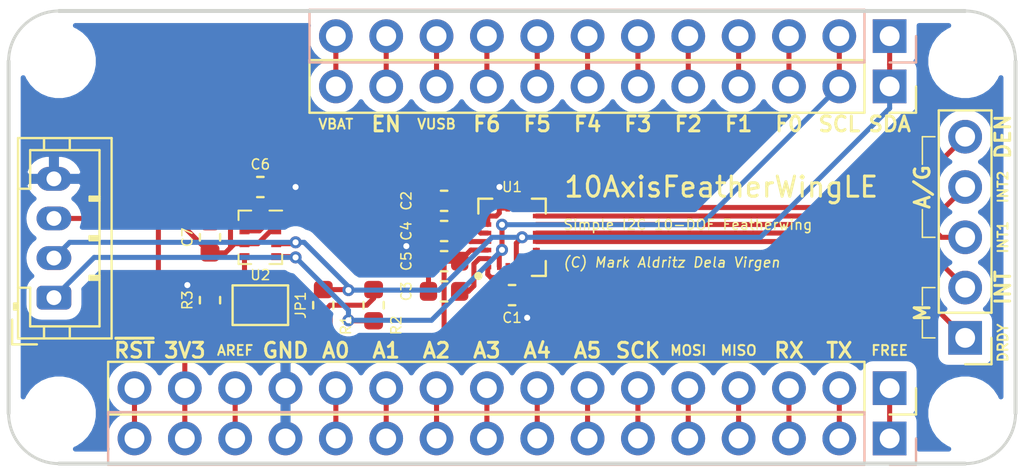
<source format=kicad_pcb>
(kicad_pcb (version 20171130) (host pcbnew "(5.1.5)-3")

  (general
    (thickness 1.6)
    (drawings 54)
    (tracks 211)
    (zones 0)
    (modules 23)
    (nets 37)
  )

  (page A4)
  (layers
    (0 F.Cu signal)
    (31 B.Cu signal)
    (32 B.Adhes user)
    (33 F.Adhes user)
    (34 B.Paste user)
    (35 F.Paste user)
    (36 B.SilkS user)
    (37 F.SilkS user)
    (38 B.Mask user)
    (39 F.Mask user hide)
    (40 Dwgs.User user)
    (41 Cmts.User user)
    (42 Eco1.User user)
    (43 Eco2.User user)
    (44 Edge.Cuts user)
    (45 Margin user)
    (46 B.CrtYd user)
    (47 F.CrtYd user)
    (48 B.Fab user hide)
    (49 F.Fab user hide)
  )

  (setup
    (last_trace_width 0.254)
    (trace_clearance 0.1524)
    (zone_clearance 0.508)
    (zone_45_only no)
    (trace_min 0.1524)
    (via_size 0.6096)
    (via_drill 0.3048)
    (via_min_size 0.508)
    (via_min_drill 0.254)
    (uvia_size 0.6096)
    (uvia_drill 0.3048)
    (uvias_allowed no)
    (uvia_min_size 0)
    (uvia_min_drill 0)
    (edge_width 0.1524)
    (segment_width 0.2032)
    (pcb_text_width 0.3048)
    (pcb_text_size 1.524 1.524)
    (mod_edge_width 0.0762)
    (mod_text_size 0.508 0.508)
    (mod_text_width 0.0762)
    (pad_size 1.524 1.524)
    (pad_drill 0.762)
    (pad_to_mask_clearance 0.0508)
    (solder_mask_min_width 0.1016)
    (aux_axis_origin 0 0)
    (visible_elements 7FFFFFFF)
    (pcbplotparams
      (layerselection 0x010fc_ffffffff)
      (usegerberextensions false)
      (usegerberattributes false)
      (usegerberadvancedattributes false)
      (creategerberjobfile false)
      (excludeedgelayer true)
      (linewidth 0.100000)
      (plotframeref false)
      (viasonmask false)
      (mode 1)
      (useauxorigin false)
      (hpglpennumber 1)
      (hpglpenspeed 20)
      (hpglpendiameter 15.000000)
      (psnegative false)
      (psa4output false)
      (plotreference true)
      (plotvalue true)
      (plotinvisibletext false)
      (padsonsilk false)
      (subtractmaskfromsilk false)
      (outputformat 1)
      (mirror false)
      (drillshape 1)
      (scaleselection 1)
      (outputdirectory ""))
  )

  (net 0 "")
  (net 1 /FREE)
  (net 2 /TX)
  (net 3 /RX)
  (net 4 /MISO)
  (net 5 /MOSI)
  (net 6 /SCK)
  (net 7 /A5)
  (net 8 /A4)
  (net 9 /A3)
  (net 10 /A2)
  (net 11 /A1)
  (net 12 /A0)
  (net 13 GND)
  (net 14 /AREF)
  (net 15 +3V3)
  (net 16 /~RST)
  (net 17 /SDA)
  (net 18 /SCL)
  (net 19 /F0)
  (net 20 /F1)
  (net 21 /F2)
  (net 22 /F3)
  (net 23 /F4)
  (net 24 /F5)
  (net 25 /F6)
  (net 26 /VUSB)
  (net 27 /EN)
  (net 28 /VBAT)
  (net 29 "Net-(C2-Pad1)")
  (net 30 "Net-(C3-Pad2)")
  (net 31 /DEN)
  (net 32 /INT2)
  (net 33 /INT1)
  (net 34 /INT)
  (net 35 /DRDY)
  (net 36 /SDO)

  (net_class Default "This is the default net class."
    (clearance 0.1524)
    (trace_width 0.254)
    (via_dia 0.6096)
    (via_drill 0.3048)
    (uvia_dia 0.6096)
    (uvia_drill 0.3048)
    (diff_pair_width 0.254)
    (diff_pair_gap 0.1524)
    (add_net +3V3)
    (add_net /A0)
    (add_net /A1)
    (add_net /A2)
    (add_net /A3)
    (add_net /A4)
    (add_net /A5)
    (add_net /AREF)
    (add_net /DEN)
    (add_net /DRDY)
    (add_net /EN)
    (add_net /F0)
    (add_net /F1)
    (add_net /F2)
    (add_net /F3)
    (add_net /F4)
    (add_net /F5)
    (add_net /F6)
    (add_net /FREE)
    (add_net /INT)
    (add_net /INT1)
    (add_net /INT2)
    (add_net /MISO)
    (add_net /MOSI)
    (add_net /RX)
    (add_net /SCK)
    (add_net /SCL)
    (add_net /SDA)
    (add_net /SDO)
    (add_net /TX)
    (add_net /VBAT)
    (add_net /VUSB)
    (add_net /~RST)
    (add_net GND)
    (add_net "Net-(C2-Pad1)")
    (add_net "Net-(C3-Pad2)")
  )

  (module Connector_JST:JST_PH_B4B-PH-K_1x04_P2.00mm_Vertical (layer F.Cu) (tedit 5B7745C2) (tstamp 5E0BF7FA)
    (at 27.686 39.878 90)
    (descr "JST PH series connector, B4B-PH-K (http://www.jst-mfg.com/product/pdf/eng/ePH.pdf), generated with kicad-footprint-generator")
    (tags "connector JST PH side entry")
    (path /5E2B8C1A)
    (fp_text reference J6 (at 3 -2.9 90) (layer F.SilkS) hide
      (effects (font (size 1 1) (thickness 0.15)))
    )
    (fp_text value "stemma connector" (at 3 4 90) (layer F.Fab) hide
      (effects (font (size 1 1) (thickness 0.15)))
    )
    (fp_text user %R (at 3 1.5 90) (layer F.Fab)
      (effects (font (size 1 1) (thickness 0.15)))
    )
    (fp_line (start 8.45 -2.2) (end -2.45 -2.2) (layer F.CrtYd) (width 0.05))
    (fp_line (start 8.45 3.3) (end 8.45 -2.2) (layer F.CrtYd) (width 0.05))
    (fp_line (start -2.45 3.3) (end 8.45 3.3) (layer F.CrtYd) (width 0.05))
    (fp_line (start -2.45 -2.2) (end -2.45 3.3) (layer F.CrtYd) (width 0.05))
    (fp_line (start 7.95 -1.7) (end -1.95 -1.7) (layer F.Fab) (width 0.1))
    (fp_line (start 7.95 2.8) (end 7.95 -1.7) (layer F.Fab) (width 0.1))
    (fp_line (start -1.95 2.8) (end 7.95 2.8) (layer F.Fab) (width 0.1))
    (fp_line (start -1.95 -1.7) (end -1.95 2.8) (layer F.Fab) (width 0.1))
    (fp_line (start -2.36 -2.11) (end -2.36 -0.86) (layer F.Fab) (width 0.1))
    (fp_line (start -1.11 -2.11) (end -2.36 -2.11) (layer F.Fab) (width 0.1))
    (fp_line (start -2.36 -2.11) (end -2.36 -0.86) (layer F.SilkS) (width 0.12))
    (fp_line (start -1.11 -2.11) (end -2.36 -2.11) (layer F.SilkS) (width 0.12))
    (fp_line (start 5 2.3) (end 5 1.8) (layer F.SilkS) (width 0.12))
    (fp_line (start 5.1 1.8) (end 5.1 2.3) (layer F.SilkS) (width 0.12))
    (fp_line (start 4.9 1.8) (end 5.1 1.8) (layer F.SilkS) (width 0.12))
    (fp_line (start 4.9 2.3) (end 4.9 1.8) (layer F.SilkS) (width 0.12))
    (fp_line (start 3 2.3) (end 3 1.8) (layer F.SilkS) (width 0.12))
    (fp_line (start 3.1 1.8) (end 3.1 2.3) (layer F.SilkS) (width 0.12))
    (fp_line (start 2.9 1.8) (end 3.1 1.8) (layer F.SilkS) (width 0.12))
    (fp_line (start 2.9 2.3) (end 2.9 1.8) (layer F.SilkS) (width 0.12))
    (fp_line (start 1 2.3) (end 1 1.8) (layer F.SilkS) (width 0.12))
    (fp_line (start 1.1 1.8) (end 1.1 2.3) (layer F.SilkS) (width 0.12))
    (fp_line (start 0.9 1.8) (end 1.1 1.8) (layer F.SilkS) (width 0.12))
    (fp_line (start 0.9 2.3) (end 0.9 1.8) (layer F.SilkS) (width 0.12))
    (fp_line (start 8.06 0.8) (end 7.45 0.8) (layer F.SilkS) (width 0.12))
    (fp_line (start 8.06 -0.5) (end 7.45 -0.5) (layer F.SilkS) (width 0.12))
    (fp_line (start -2.06 0.8) (end -1.45 0.8) (layer F.SilkS) (width 0.12))
    (fp_line (start -2.06 -0.5) (end -1.45 -0.5) (layer F.SilkS) (width 0.12))
    (fp_line (start 5.5 -1.2) (end 5.5 -1.81) (layer F.SilkS) (width 0.12))
    (fp_line (start 7.45 -1.2) (end 5.5 -1.2) (layer F.SilkS) (width 0.12))
    (fp_line (start 7.45 2.3) (end 7.45 -1.2) (layer F.SilkS) (width 0.12))
    (fp_line (start -1.45 2.3) (end 7.45 2.3) (layer F.SilkS) (width 0.12))
    (fp_line (start -1.45 -1.2) (end -1.45 2.3) (layer F.SilkS) (width 0.12))
    (fp_line (start 0.5 -1.2) (end -1.45 -1.2) (layer F.SilkS) (width 0.12))
    (fp_line (start 0.5 -1.81) (end 0.5 -1.2) (layer F.SilkS) (width 0.12))
    (fp_line (start -0.3 -1.91) (end -0.6 -1.91) (layer F.SilkS) (width 0.12))
    (fp_line (start -0.6 -2.01) (end -0.6 -1.81) (layer F.SilkS) (width 0.12))
    (fp_line (start -0.3 -2.01) (end -0.6 -2.01) (layer F.SilkS) (width 0.12))
    (fp_line (start -0.3 -1.81) (end -0.3 -2.01) (layer F.SilkS) (width 0.12))
    (fp_line (start 8.06 -1.81) (end -2.06 -1.81) (layer F.SilkS) (width 0.12))
    (fp_line (start 8.06 2.91) (end 8.06 -1.81) (layer F.SilkS) (width 0.12))
    (fp_line (start -2.06 2.91) (end 8.06 2.91) (layer F.SilkS) (width 0.12))
    (fp_line (start -2.06 -1.81) (end -2.06 2.91) (layer F.SilkS) (width 0.12))
    (pad 4 thru_hole oval (at 6 0 90) (size 1.2 1.75) (drill 0.75) (layers *.Cu *.Mask)
      (net 13 GND))
    (pad 3 thru_hole oval (at 4 0 90) (size 1.2 1.75) (drill 0.75) (layers *.Cu *.Mask)
      (net 15 +3V3))
    (pad 2 thru_hole oval (at 2 0 90) (size 1.2 1.75) (drill 0.75) (layers *.Cu *.Mask)
      (net 17 /SDA))
    (pad 1 thru_hole roundrect (at 0 0 90) (size 1.2 1.75) (drill 0.75) (layers *.Cu *.Mask) (roundrect_rratio 0.208333)
      (net 18 /SCL))
    (model ${KISYS3DMOD}/Connector_JST.3dshapes/JST_PH_B4B-PH-K_1x04_P2.00mm_Vertical.wrl
      (at (xyz 0 0 0))
      (scale (xyz 1 1 1))
      (rotate (xyz 0 0 0))
    )
  )

  (module MountingHole:MountingHole_2.7mm_M2.5 locked (layer F.Cu) (tedit 56D1B4CB) (tstamp 5E15570C)
    (at 73.66 45.72)
    (descr "Mounting Hole 2.7mm, no annular, M2.5")
    (tags "mounting hole 2.7mm no annular m2.5")
    (path /5E163E72)
    (attr virtual)
    (fp_text reference H4 (at 0 -3.7) (layer F.SilkS) hide
      (effects (font (size 1 1) (thickness 0.15)))
    )
    (fp_text value MountingHole (at 0 3.7) (layer F.Fab) hide
      (effects (font (size 1 1) (thickness 0.15)))
    )
    (fp_circle (center 0 0) (end 2.95 0) (layer F.CrtYd) (width 0.05))
    (fp_circle (center 0 0) (end 2.7 0) (layer Cmts.User) (width 0.15))
    (fp_text user %R (at 0.3 0) (layer F.Fab)
      (effects (font (size 1 1) (thickness 0.15)))
    )
    (pad 1 np_thru_hole circle (at 0 0) (size 2.7 2.7) (drill 2.7) (layers *.Cu *.Mask))
  )

  (module MountingHole:MountingHole_2.7mm_M2.5 locked (layer F.Cu) (tedit 56D1B4CB) (tstamp 5E155704)
    (at 73.66 27.94)
    (descr "Mounting Hole 2.7mm, no annular, M2.5")
    (tags "mounting hole 2.7mm no annular m2.5")
    (path /5E163A5D)
    (attr virtual)
    (fp_text reference H3 (at 0 -3.7) (layer F.SilkS) hide
      (effects (font (size 1 1) (thickness 0.15)))
    )
    (fp_text value MountingHole (at 0 3.7) (layer F.Fab) hide
      (effects (font (size 1 1) (thickness 0.15)))
    )
    (fp_circle (center 0 0) (end 2.95 0) (layer F.CrtYd) (width 0.05))
    (fp_circle (center 0 0) (end 2.7 0) (layer Cmts.User) (width 0.15))
    (fp_text user %R (at 0.3 0) (layer F.Fab)
      (effects (font (size 1 1) (thickness 0.15)))
    )
    (pad 1 np_thru_hole circle (at 0 0) (size 2.7 2.7) (drill 2.7) (layers *.Cu *.Mask))
  )

  (module MountingHole:MountingHole_2.7mm_M2.5 locked (layer F.Cu) (tedit 56D1B4CB) (tstamp 5E1556FC)
    (at 27.94 45.72)
    (descr "Mounting Hole 2.7mm, no annular, M2.5")
    (tags "mounting hole 2.7mm no annular m2.5")
    (path /5E163654)
    (attr virtual)
    (fp_text reference H2 (at 0 -3.7) (layer F.SilkS) hide
      (effects (font (size 1 1) (thickness 0.15)))
    )
    (fp_text value MountingHole (at 0 3.7) (layer F.Fab) hide
      (effects (font (size 1 1) (thickness 0.15)))
    )
    (fp_circle (center 0 0) (end 2.95 0) (layer F.CrtYd) (width 0.05))
    (fp_circle (center 0 0) (end 2.7 0) (layer Cmts.User) (width 0.15))
    (fp_text user %R (at 0.3 0) (layer F.Fab)
      (effects (font (size 1 1) (thickness 0.15)))
    )
    (pad 1 np_thru_hole circle (at 0 0) (size 2.7 2.7) (drill 2.7) (layers *.Cu *.Mask))
  )

  (module MountingHole:MountingHole_2.7mm_M2.5 locked (layer F.Cu) (tedit 56D1B4CB) (tstamp 5E1556F4)
    (at 27.94 27.94)
    (descr "Mounting Hole 2.7mm, no annular, M2.5")
    (tags "mounting hole 2.7mm no annular m2.5")
    (path /5E162FA6)
    (attr virtual)
    (fp_text reference H1 (at 0 -3.7) (layer F.SilkS) hide
      (effects (font (size 1 1) (thickness 0.15)))
    )
    (fp_text value MountingHole (at 0 3.7) (layer F.Fab) hide
      (effects (font (size 1 1) (thickness 0.15)))
    )
    (fp_circle (center 0 0) (end 2.95 0) (layer F.CrtYd) (width 0.05))
    (fp_circle (center 0 0) (end 2.7 0) (layer Cmts.User) (width 0.15))
    (fp_text user %R (at 0.3 0) (layer F.Fab)
      (effects (font (size 1 1) (thickness 0.15)))
    )
    (pad 1 np_thru_hole circle (at 0 0) (size 2.7 2.7) (drill 2.7) (layers *.Cu *.Mask))
  )

  (module Connector_PinSocket_2.54mm:PinSocket_1x12_P2.54mm_Vertical locked (layer F.Cu) (tedit 5A19A41D) (tstamp 5E0BF83E)
    (at 69.85 29.21 270)
    (descr "Through hole straight socket strip, 1x12, 2.54mm pitch, single row (from Kicad 4.0.7), script generated")
    (tags "Through hole socket strip THT 1x12 2.54mm single row")
    (path /5E0C5520)
    (fp_text reference J4 (at 0 -2.77 90) (layer F.SilkS) hide
      (effects (font (size 1 1) (thickness 0.15)))
    )
    (fp_text value "feather short" (at 0 30.71 90) (layer F.Fab) hide
      (effects (font (size 1 1) (thickness 0.15)))
    )
    (fp_text user %R (at 0 13.97) (layer F.Fab)
      (effects (font (size 1 1) (thickness 0.15)))
    )
    (fp_line (start -1.8 29.7) (end -1.8 -1.8) (layer F.CrtYd) (width 0.05))
    (fp_line (start 1.75 29.7) (end -1.8 29.7) (layer F.CrtYd) (width 0.05))
    (fp_line (start 1.75 -1.8) (end 1.75 29.7) (layer F.CrtYd) (width 0.05))
    (fp_line (start -1.8 -1.8) (end 1.75 -1.8) (layer F.CrtYd) (width 0.05))
    (fp_line (start 0 -1.33) (end 1.33 -1.33) (layer F.SilkS) (width 0.12))
    (fp_line (start 1.33 -1.33) (end 1.33 0) (layer F.SilkS) (width 0.12))
    (fp_line (start 1.33 1.27) (end 1.33 29.27) (layer F.SilkS) (width 0.12))
    (fp_line (start -1.33 29.27) (end 1.33 29.27) (layer F.SilkS) (width 0.12))
    (fp_line (start -1.33 1.27) (end -1.33 29.27) (layer F.SilkS) (width 0.12))
    (fp_line (start -1.33 1.27) (end 1.33 1.27) (layer F.SilkS) (width 0.12))
    (fp_line (start -1.27 29.21) (end -1.27 -1.27) (layer F.Fab) (width 0.1))
    (fp_line (start 1.27 29.21) (end -1.27 29.21) (layer F.Fab) (width 0.1))
    (fp_line (start 1.27 -0.635) (end 1.27 29.21) (layer F.Fab) (width 0.1))
    (fp_line (start 0.635 -1.27) (end 1.27 -0.635) (layer F.Fab) (width 0.1))
    (fp_line (start -1.27 -1.27) (end 0.635 -1.27) (layer F.Fab) (width 0.1))
    (pad 12 thru_hole oval (at 0 27.94 270) (size 1.7 1.7) (drill 1) (layers *.Cu *.Mask)
      (net 28 /VBAT))
    (pad 11 thru_hole oval (at 0 25.4 270) (size 1.7 1.7) (drill 1) (layers *.Cu *.Mask)
      (net 27 /EN))
    (pad 10 thru_hole oval (at 0 22.86 270) (size 1.7 1.7) (drill 1) (layers *.Cu *.Mask)
      (net 26 /VUSB))
    (pad 9 thru_hole oval (at 0 20.32 270) (size 1.7 1.7) (drill 1) (layers *.Cu *.Mask)
      (net 25 /F6))
    (pad 8 thru_hole oval (at 0 17.78 270) (size 1.7 1.7) (drill 1) (layers *.Cu *.Mask)
      (net 24 /F5))
    (pad 7 thru_hole oval (at 0 15.24 270) (size 1.7 1.7) (drill 1) (layers *.Cu *.Mask)
      (net 23 /F4))
    (pad 6 thru_hole oval (at 0 12.7 270) (size 1.7 1.7) (drill 1) (layers *.Cu *.Mask)
      (net 22 /F3))
    (pad 5 thru_hole oval (at 0 10.16 270) (size 1.7 1.7) (drill 1) (layers *.Cu *.Mask)
      (net 21 /F2))
    (pad 4 thru_hole oval (at 0 7.62 270) (size 1.7 1.7) (drill 1) (layers *.Cu *.Mask)
      (net 20 /F1))
    (pad 3 thru_hole oval (at 0 5.08 270) (size 1.7 1.7) (drill 1) (layers *.Cu *.Mask)
      (net 19 /F0))
    (pad 2 thru_hole oval (at 0 2.54 270) (size 1.7 1.7) (drill 1) (layers *.Cu *.Mask)
      (net 18 /SCL))
    (pad 1 thru_hole rect (at 0 0 270) (size 1.7 1.7) (drill 1) (layers *.Cu *.Mask)
      (net 17 /SDA))
    (model ${KISYS3DMOD}/Connector_PinSocket_2.54mm.3dshapes/PinSocket_1x12_P2.54mm_Vertical.wrl
      (at (xyz 0 0 0))
      (scale (xyz 1 1 1))
      (rotate (xyz 0 0 0))
    )
  )

  (module Connector_PinSocket_2.54mm:PinSocket_1x16_P2.54mm_Vertical locked (layer F.Cu) (tedit 5A19A41E) (tstamp 5E0BF81E)
    (at 69.85 44.45 270)
    (descr "Through hole straight socket strip, 1x16, 2.54mm pitch, single row (from Kicad 4.0.7), script generated")
    (tags "Through hole socket strip THT 1x16 2.54mm single row")
    (path /5E0C551A)
    (fp_text reference J3 (at 0 -2.77 90) (layer F.SilkS) hide
      (effects (font (size 1 1) (thickness 0.15)))
    )
    (fp_text value "feather long" (at 0 40.87 90) (layer F.Fab) hide
      (effects (font (size 1 1) (thickness 0.15)))
    )
    (fp_text user %R (at 0 19.05) (layer F.Fab)
      (effects (font (size 1 1) (thickness 0.15)))
    )
    (fp_line (start -1.8 39.9) (end -1.8 -1.8) (layer F.CrtYd) (width 0.05))
    (fp_line (start 1.75 39.9) (end -1.8 39.9) (layer F.CrtYd) (width 0.05))
    (fp_line (start 1.75 -1.8) (end 1.75 39.9) (layer F.CrtYd) (width 0.05))
    (fp_line (start -1.8 -1.8) (end 1.75 -1.8) (layer F.CrtYd) (width 0.05))
    (fp_line (start 0 -1.33) (end 1.33 -1.33) (layer F.SilkS) (width 0.12))
    (fp_line (start 1.33 -1.33) (end 1.33 0) (layer F.SilkS) (width 0.12))
    (fp_line (start 1.33 1.27) (end 1.33 39.43) (layer F.SilkS) (width 0.12))
    (fp_line (start -1.33 39.43) (end 1.33 39.43) (layer F.SilkS) (width 0.12))
    (fp_line (start -1.33 1.27) (end -1.33 39.43) (layer F.SilkS) (width 0.12))
    (fp_line (start -1.33 1.27) (end 1.33 1.27) (layer F.SilkS) (width 0.12))
    (fp_line (start -1.27 39.37) (end -1.27 -1.27) (layer F.Fab) (width 0.1))
    (fp_line (start 1.27 39.37) (end -1.27 39.37) (layer F.Fab) (width 0.1))
    (fp_line (start 1.27 -0.635) (end 1.27 39.37) (layer F.Fab) (width 0.1))
    (fp_line (start 0.635 -1.27) (end 1.27 -0.635) (layer F.Fab) (width 0.1))
    (fp_line (start -1.27 -1.27) (end 0.635 -1.27) (layer F.Fab) (width 0.1))
    (pad 16 thru_hole oval (at 0 38.1 270) (size 1.7 1.7) (drill 1) (layers *.Cu *.Mask)
      (net 16 /~RST))
    (pad 15 thru_hole oval (at 0 35.56 270) (size 1.7 1.7) (drill 1) (layers *.Cu *.Mask)
      (net 15 +3V3))
    (pad 14 thru_hole oval (at 0 33.02 270) (size 1.7 1.7) (drill 1) (layers *.Cu *.Mask)
      (net 14 /AREF))
    (pad 13 thru_hole oval (at 0 30.48 270) (size 1.7 1.7) (drill 1) (layers *.Cu *.Mask)
      (net 13 GND))
    (pad 12 thru_hole oval (at 0 27.94 270) (size 1.7 1.7) (drill 1) (layers *.Cu *.Mask)
      (net 12 /A0))
    (pad 11 thru_hole oval (at 0 25.4 270) (size 1.7 1.7) (drill 1) (layers *.Cu *.Mask)
      (net 11 /A1))
    (pad 10 thru_hole oval (at 0 22.86 270) (size 1.7 1.7) (drill 1) (layers *.Cu *.Mask)
      (net 10 /A2))
    (pad 9 thru_hole oval (at 0 20.32 270) (size 1.7 1.7) (drill 1) (layers *.Cu *.Mask)
      (net 9 /A3))
    (pad 8 thru_hole oval (at 0 17.78 270) (size 1.7 1.7) (drill 1) (layers *.Cu *.Mask)
      (net 8 /A4))
    (pad 7 thru_hole oval (at 0 15.24 270) (size 1.7 1.7) (drill 1) (layers *.Cu *.Mask)
      (net 7 /A5))
    (pad 6 thru_hole oval (at 0 12.7 270) (size 1.7 1.7) (drill 1) (layers *.Cu *.Mask)
      (net 6 /SCK))
    (pad 5 thru_hole oval (at 0 10.16 270) (size 1.7 1.7) (drill 1) (layers *.Cu *.Mask)
      (net 5 /MOSI))
    (pad 4 thru_hole oval (at 0 7.62 270) (size 1.7 1.7) (drill 1) (layers *.Cu *.Mask)
      (net 4 /MISO))
    (pad 3 thru_hole oval (at 0 5.08 270) (size 1.7 1.7) (drill 1) (layers *.Cu *.Mask)
      (net 3 /RX))
    (pad 2 thru_hole oval (at 0 2.54 270) (size 1.7 1.7) (drill 1) (layers *.Cu *.Mask)
      (net 2 /TX))
    (pad 1 thru_hole rect (at 0 0 270) (size 1.7 1.7) (drill 1) (layers *.Cu *.Mask)
      (net 1 /FREE))
    (model ${KISYS3DMOD}/Connector_PinSocket_2.54mm.3dshapes/PinSocket_1x16_P2.54mm_Vertical.wrl
      (at (xyz 0 0 0))
      (scale (xyz 1 1 1))
      (rotate (xyz 0 0 0))
    )
  )

  (module Package_LGA:Bosch_LGA-8_2x2.5mm_P0.65mm_ClockwisePinNumbering (layer F.Cu) (tedit 5A2F92D2) (tstamp 5E0BF8E4)
    (at 38.1 36.83 270)
    (descr "LGA-8, https://ae-bst.resource.bosch.com/media/_tech/media/datasheets/BST-BMP280-DS001-18.pdf")
    (tags "lga land grid array")
    (path /5E0C6D62)
    (attr smd)
    (fp_text reference U2 (at 1.905 0 180) (layer F.SilkS)
      (effects (font (size 0.508 0.508) (thickness 0.0762)))
    )
    (fp_text value BMP280 (at 0 3.1 90) (layer F.Fab)
      (effects (font (size 1 1) (thickness 0.15)))
    )
    (fp_line (start -1.35 -0.46) (end -1.35 -1.1) (layer F.SilkS) (width 0.1))
    (fp_line (start 0.87 -1.1) (end 1.35 -1.1) (layer F.SilkS) (width 0.1))
    (fp_line (start 1.35 -0.46) (end 1.35 -1.1) (layer F.SilkS) (width 0.1))
    (fp_line (start -1.35 1.1) (end -1.35 0.46) (layer F.SilkS) (width 0.1))
    (fp_line (start 1.35 1.1) (end 1.35 0.46) (layer F.SilkS) (width 0.1))
    (fp_line (start 0.87 1.1) (end 1.35 1.1) (layer F.SilkS) (width 0.1))
    (fp_line (start -1.25 1) (end -1.25 -0.75) (layer F.Fab) (width 0.1))
    (fp_line (start -1 -1) (end -1.25 -0.75) (layer F.Fab) (width 0.1))
    (fp_line (start 1.25 -1) (end -1 -1) (layer F.Fab) (width 0.1))
    (fp_line (start 1.25 -1) (end 1.25 1) (layer F.Fab) (width 0.1))
    (fp_line (start -1.25 1) (end 1.25 1) (layer F.Fab) (width 0.1))
    (fp_line (start -1.55 1.3) (end -1.55 -1.3) (layer F.CrtYd) (width 0.05))
    (fp_line (start 1.55 1.3) (end -1.55 1.3) (layer F.CrtYd) (width 0.05))
    (fp_line (start 1.55 -1.3) (end 1.55 1.3) (layer F.CrtYd) (width 0.05))
    (fp_line (start -1.55 -1.3) (end 1.55 -1.3) (layer F.CrtYd) (width 0.05))
    (fp_text user %R (at 0 0 90) (layer F.Fab)
      (effects (font (size 0.5 0.5) (thickness 0.075)))
    )
    (fp_line (start -1.35 1.1) (end -0.87 1.1) (layer F.SilkS) (width 0.1))
    (pad 8 smd rect (at -0.975 0.8) (size 0.5 0.35) (layers F.Cu F.Paste F.Mask)
      (net 15 +3V3))
    (pad 2 smd rect (at -0.325 -0.8) (size 0.5 0.35) (layers F.Cu F.Paste F.Mask)
      (net 15 +3V3))
    (pad 3 smd rect (at 0.325 -0.8) (size 0.5 0.35) (layers F.Cu F.Paste F.Mask)
      (net 17 /SDA))
    (pad 4 smd rect (at 0.975 -0.8) (size 0.5 0.35) (layers F.Cu F.Paste F.Mask)
      (net 18 /SCL))
    (pad 7 smd rect (at -0.325 0.8) (size 0.5 0.35) (layers F.Cu F.Paste F.Mask)
      (net 13 GND))
    (pad 6 smd rect (at 0.325 0.8) (size 0.5 0.35) (layers F.Cu F.Paste F.Mask)
      (net 15 +3V3))
    (pad 5 smd rect (at 0.975 0.8) (size 0.5 0.35) (layers F.Cu F.Paste F.Mask)
      (net 36 /SDO))
    (pad 1 smd rect (at -0.975 -0.8) (size 0.5 0.35) (layers F.Cu F.Paste F.Mask)
      (net 13 GND))
    (model ${KISYS3DMOD}/Package_LGA.3dshapes/Bosch_LGA-8_2x2.5mm_P0.65mm_ClockwisePinNumbering.wrl
      (at (xyz 0 0 0))
      (scale (xyz 1 1 1))
      (rotate (xyz 0 0 0))
    )
  )

  (module Package_LGA:LGA-24L_3x3.5mm_P0.43mm (layer F.Cu) (tedit 5A02F217) (tstamp 5E0BF8C7)
    (at 50.8 36.83 90)
    (descr "LGA 24L 3x3.5mm Pitch 0.43mm")
    (tags "LGA 24L 3x3.5mm Pitch 0.43mm")
    (path /5E0BA83D)
    (attr smd)
    (fp_text reference U1 (at 2.54 0 180) (layer F.SilkS)
      (effects (font (size 0.508 0.508) (thickness 0.0762)))
    )
    (fp_text value LSM9DS1 (at 0 2.8 90) (layer F.Fab)
      (effects (font (size 1 1) (thickness 0.15)))
    )
    (fp_line (start -1.2 1.7) (end -1.95 1.7) (layer F.SilkS) (width 0.12))
    (fp_line (start 1.95 1) (end 1.95 1.7) (layer F.SilkS) (width 0.12))
    (fp_line (start -1.75 -1.5) (end 1.75 -1.5) (layer F.Fab) (width 0.1))
    (fp_line (start 1.75 -1.5) (end 1.75 1.5) (layer F.Fab) (width 0.1))
    (fp_line (start 1.75 1.5) (end -1.75 1.5) (layer F.Fab) (width 0.1))
    (fp_line (start -1.75 1.5) (end -1.75 -1.5) (layer F.Fab) (width 0.1))
    (fp_circle (center -1.3 -1) (end -1.3 -0.85) (layer F.Fab) (width 0.1))
    (fp_line (start 1.2 -1.7) (end 1.95 -1.7) (layer F.SilkS) (width 0.12))
    (fp_line (start 1.95 -1.7) (end 1.95 -1) (layer F.SilkS) (width 0.12))
    (fp_line (start 1.95 1.7) (end 1.2 1.7) (layer F.SilkS) (width 0.12))
    (fp_line (start -1.95 1.7) (end -1.95 1) (layer F.SilkS) (width 0.12))
    (fp_circle (center -1.95 -1.7) (end -1.8 -1.7) (layer F.SilkS) (width 0.12))
    (fp_line (start -2.1 -1.85) (end 2.1 -1.85) (layer F.CrtYd) (width 0.05))
    (fp_line (start 2.1 -1.85) (end 2.1 1.85) (layer F.CrtYd) (width 0.05))
    (fp_line (start 2.1 1.85) (end -2.1 1.85) (layer F.CrtYd) (width 0.05))
    (fp_line (start -2.1 1.85) (end -2.1 -1.85) (layer F.CrtYd) (width 0.05))
    (fp_circle (center -1.3 -1) (end -1.3 -0.95) (layer F.Fab) (width 0.1))
    (fp_circle (center -1.95 -1.7) (end -1.89 -1.7) (layer F.SilkS) (width 0.12))
    (fp_text user %R (at 0 -2.7 90) (layer F.Fab)
      (effects (font (size 1 1) (thickness 0.15)))
    )
    (pad 13 smd rect (at 1.505 1.225 90) (size 0.23 0.35) (layers F.Cu F.Paste F.Mask)
      (net 31 /DEN))
    (pad 12 smd rect (at 1.075 1.225 90) (size 0.23 0.35) (layers F.Cu F.Paste F.Mask)
      (net 32 /INT2))
    (pad 11 smd rect (at 0.645 1.225 90) (size 0.23 0.35) (layers F.Cu F.Paste F.Mask)
      (net 33 /INT1))
    (pad 10 smd rect (at 0.215 1.225 90) (size 0.23 0.35) (layers F.Cu F.Paste F.Mask)
      (net 34 /INT))
    (pad 9 smd rect (at -0.215 1.225 90) (size 0.23 0.35) (layers F.Cu F.Paste F.Mask)
      (net 35 /DRDY))
    (pad 8 smd rect (at -0.645 1.225 90) (size 0.23 0.35) (layers F.Cu F.Paste F.Mask)
      (net 15 +3V3))
    (pad 7 smd rect (at -1.075 1.225 90) (size 0.23 0.35) (layers F.Cu F.Paste F.Mask)
      (net 15 +3V3))
    (pad 6 smd rect (at -1.505 1.225 90) (size 0.23 0.35) (layers F.Cu F.Paste F.Mask)
      (net 13 GND))
    (pad 18 smd rect (at 1.505 -1.225 90) (size 0.23 0.35) (layers F.Cu F.Paste F.Mask)
      (net 13 GND))
    (pad 19 smd rect (at 1.075 -1.225 90) (size 0.23 0.35) (layers F.Cu F.Paste F.Mask)
      (net 13 GND))
    (pad 20 smd rect (at 0.645 -1.225 90) (size 0.23 0.35) (layers F.Cu F.Paste F.Mask)
      (net 13 GND))
    (pad 21 smd rect (at 0.215 -1.225 90) (size 0.23 0.35) (layers F.Cu F.Paste F.Mask)
      (net 29 "Net-(C2-Pad1)"))
    (pad 22 smd rect (at -0.215 -1.225 90) (size 0.23 0.35) (layers F.Cu F.Paste F.Mask)
      (net 15 +3V3))
    (pad 23 smd rect (at -0.645 -1.225 90) (size 0.23 0.35) (layers F.Cu F.Paste F.Mask)
      (net 15 +3V3))
    (pad 24 smd rect (at -1.075 -1.225 90) (size 0.23 0.35) (layers F.Cu F.Paste F.Mask)
      (net 30 "Net-(C3-Pad2)"))
    (pad 14 smd rect (at 1.475 0.645 90) (size 0.35 0.23) (layers F.Cu F.Paste F.Mask)
      (net 13 GND))
    (pad 5 smd rect (at -1.475 0.645 90) (size 0.35 0.23) (layers F.Cu F.Paste F.Mask)
      (net 13 GND))
    (pad 15 smd rect (at 1.475 0.215 90) (size 0.35 0.23) (layers F.Cu F.Paste F.Mask)
      (net 13 GND))
    (pad 4 smd rect (at -1.475 0.215 90) (size 0.35 0.23) (layers F.Cu F.Paste F.Mask)
      (net 17 /SDA))
    (pad 16 smd rect (at 1.475 -0.215 90) (size 0.35 0.23) (layers F.Cu F.Paste F.Mask)
      (net 13 GND))
    (pad 3 smd rect (at -1.475 -0.215 90) (size 0.35 0.23) (layers F.Cu F.Paste F.Mask)
      (net 15 +3V3))
    (pad 17 smd rect (at 1.475 -0.645 90) (size 0.35 0.23) (layers F.Cu F.Paste F.Mask)
      (net 13 GND))
    (pad 2 smd rect (at -1.475 -0.645 90) (size 0.35 0.23) (layers F.Cu F.Paste F.Mask)
      (net 18 /SCL))
    (pad 1 smd rect (at -1.505 -1.225 90) (size 0.23 0.35) (layers F.Cu F.Paste F.Mask)
      (net 15 +3V3))
    (model ${KISYS3DMOD}/Package_LGA.3dshapes/LGA-24L_3x3.5mm_P0.43mm.wrl
      (at (xyz 0 0 0))
      (scale (xyz 1 1 1))
      (rotate (xyz 0 0 0))
    )
  )

  (module Resistor_SMD:R_0603_1608Metric (layer F.Cu) (tedit 5B301BBD) (tstamp 5E0BF898)
    (at 35.56 40.005 270)
    (descr "Resistor SMD 0603 (1608 Metric), square (rectangular) end terminal, IPC_7351 nominal, (Body size source: http://www.tortai-tech.com/upload/download/2011102023233369053.pdf), generated with kicad-footprint-generator")
    (tags resistor)
    (path /5E296324)
    (attr smd)
    (fp_text reference R3 (at 0 1.143 90) (layer F.SilkS)
      (effects (font (size 0.508 0.508) (thickness 0.0762)))
    )
    (fp_text value 10K (at 0 1.43 90) (layer F.Fab)
      (effects (font (size 1 1) (thickness 0.15)))
    )
    (fp_text user %R (at 0 0 90) (layer F.Fab)
      (effects (font (size 0.4 0.4) (thickness 0.06)))
    )
    (fp_line (start 1.48 0.73) (end -1.48 0.73) (layer F.CrtYd) (width 0.05))
    (fp_line (start 1.48 -0.73) (end 1.48 0.73) (layer F.CrtYd) (width 0.05))
    (fp_line (start -1.48 -0.73) (end 1.48 -0.73) (layer F.CrtYd) (width 0.05))
    (fp_line (start -1.48 0.73) (end -1.48 -0.73) (layer F.CrtYd) (width 0.05))
    (fp_line (start -0.162779 0.51) (end 0.162779 0.51) (layer F.SilkS) (width 0.12))
    (fp_line (start -0.162779 -0.51) (end 0.162779 -0.51) (layer F.SilkS) (width 0.12))
    (fp_line (start 0.8 0.4) (end -0.8 0.4) (layer F.Fab) (width 0.1))
    (fp_line (start 0.8 -0.4) (end 0.8 0.4) (layer F.Fab) (width 0.1))
    (fp_line (start -0.8 -0.4) (end 0.8 -0.4) (layer F.Fab) (width 0.1))
    (fp_line (start -0.8 0.4) (end -0.8 -0.4) (layer F.Fab) (width 0.1))
    (pad 2 smd roundrect (at 0.7875 0 270) (size 0.875 0.95) (layers F.Cu F.Paste F.Mask) (roundrect_rratio 0.25)
      (net 36 /SDO))
    (pad 1 smd roundrect (at -0.7875 0 270) (size 0.875 0.95) (layers F.Cu F.Paste F.Mask) (roundrect_rratio 0.25)
      (net 13 GND))
    (model ${KISYS3DMOD}/Resistor_SMD.3dshapes/R_0603_1608Metric.wrl
      (at (xyz 0 0 0))
      (scale (xyz 1 1 1))
      (rotate (xyz 0 0 0))
    )
  )

  (module Resistor_SMD:R_0603_1608Metric (layer F.Cu) (tedit 5B301BBD) (tstamp 5E0BF887)
    (at 43.815 40.259 270)
    (descr "Resistor SMD 0603 (1608 Metric), square (rectangular) end terminal, IPC_7351 nominal, (Body size source: http://www.tortai-tech.com/upload/download/2011102023233369053.pdf), generated with kicad-footprint-generator")
    (tags resistor)
    (path /5E27376A)
    (attr smd)
    (fp_text reference R2 (at 1.016 -1.143 270) (layer F.SilkS)
      (effects (font (size 0.508 0.508) (thickness 0.0762)))
    )
    (fp_text value 10K (at 0 1.43 90) (layer F.Fab)
      (effects (font (size 1 1) (thickness 0.15)))
    )
    (fp_text user %R (at 0 0 90) (layer F.Fab)
      (effects (font (size 0.4 0.4) (thickness 0.06)))
    )
    (fp_line (start 1.48 0.73) (end -1.48 0.73) (layer F.CrtYd) (width 0.05))
    (fp_line (start 1.48 -0.73) (end 1.48 0.73) (layer F.CrtYd) (width 0.05))
    (fp_line (start -1.48 -0.73) (end 1.48 -0.73) (layer F.CrtYd) (width 0.05))
    (fp_line (start -1.48 0.73) (end -1.48 -0.73) (layer F.CrtYd) (width 0.05))
    (fp_line (start -0.162779 0.51) (end 0.162779 0.51) (layer F.SilkS) (width 0.12))
    (fp_line (start -0.162779 -0.51) (end 0.162779 -0.51) (layer F.SilkS) (width 0.12))
    (fp_line (start 0.8 0.4) (end -0.8 0.4) (layer F.Fab) (width 0.1))
    (fp_line (start 0.8 -0.4) (end 0.8 0.4) (layer F.Fab) (width 0.1))
    (fp_line (start -0.8 -0.4) (end 0.8 -0.4) (layer F.Fab) (width 0.1))
    (fp_line (start -0.8 0.4) (end -0.8 -0.4) (layer F.Fab) (width 0.1))
    (pad 2 smd roundrect (at 0.7875 0 270) (size 0.875 0.95) (layers F.Cu F.Paste F.Mask) (roundrect_rratio 0.25)
      (net 18 /SCL))
    (pad 1 smd roundrect (at -0.7875 0 270) (size 0.875 0.95) (layers F.Cu F.Paste F.Mask) (roundrect_rratio 0.25)
      (net 15 +3V3))
    (model ${KISYS3DMOD}/Resistor_SMD.3dshapes/R_0603_1608Metric.wrl
      (at (xyz 0 0 0))
      (scale (xyz 1 1 1))
      (rotate (xyz 0 0 0))
    )
  )

  (module Resistor_SMD:R_0603_1608Metric (layer F.Cu) (tedit 5B301BBD) (tstamp 5E0BF876)
    (at 41.275 40.259 90)
    (descr "Resistor SMD 0603 (1608 Metric), square (rectangular) end terminal, IPC_7351 nominal, (Body size source: http://www.tortai-tech.com/upload/download/2011102023233369053.pdf), generated with kicad-footprint-generator")
    (tags resistor)
    (path /5E2733FF)
    (attr smd)
    (fp_text reference R1 (at -1.016 1.143 270) (layer F.SilkS)
      (effects (font (size 0.508 0.508) (thickness 0.0762)))
    )
    (fp_text value 10K (at 0 1.43 90) (layer F.Fab)
      (effects (font (size 1 1) (thickness 0.15)))
    )
    (fp_text user %R (at 0 0 90) (layer F.Fab)
      (effects (font (size 0.4 0.4) (thickness 0.06)))
    )
    (fp_line (start 1.48 0.73) (end -1.48 0.73) (layer F.CrtYd) (width 0.05))
    (fp_line (start 1.48 -0.73) (end 1.48 0.73) (layer F.CrtYd) (width 0.05))
    (fp_line (start -1.48 -0.73) (end 1.48 -0.73) (layer F.CrtYd) (width 0.05))
    (fp_line (start -1.48 0.73) (end -1.48 -0.73) (layer F.CrtYd) (width 0.05))
    (fp_line (start -0.162779 0.51) (end 0.162779 0.51) (layer F.SilkS) (width 0.12))
    (fp_line (start -0.162779 -0.51) (end 0.162779 -0.51) (layer F.SilkS) (width 0.12))
    (fp_line (start 0.8 0.4) (end -0.8 0.4) (layer F.Fab) (width 0.1))
    (fp_line (start 0.8 -0.4) (end 0.8 0.4) (layer F.Fab) (width 0.1))
    (fp_line (start -0.8 -0.4) (end 0.8 -0.4) (layer F.Fab) (width 0.1))
    (fp_line (start -0.8 0.4) (end -0.8 -0.4) (layer F.Fab) (width 0.1))
    (pad 2 smd roundrect (at 0.7875 0 90) (size 0.875 0.95) (layers F.Cu F.Paste F.Mask) (roundrect_rratio 0.25)
      (net 17 /SDA))
    (pad 1 smd roundrect (at -0.7875 0 90) (size 0.875 0.95) (layers F.Cu F.Paste F.Mask) (roundrect_rratio 0.25)
      (net 15 +3V3))
    (model ${KISYS3DMOD}/Resistor_SMD.3dshapes/R_0603_1608Metric.wrl
      (at (xyz 0 0 0))
      (scale (xyz 1 1 1))
      (rotate (xyz 0 0 0))
    )
  )

  (module Jumper:SolderJumper-2_P1.3mm_Open_Pad1.0x1.5mm (layer F.Cu) (tedit 5A3EABFC) (tstamp 5E0BF865)
    (at 38.1 40.259 180)
    (descr "SMD Solder Jumper, 1x1.5mm Pads, 0.3mm gap, open")
    (tags "solder jumper open")
    (path /5E295EFE)
    (attr virtual)
    (fp_text reference JP1 (at -2.032 0 270) (layer F.SilkS)
      (effects (font (size 0.508 0.508) (thickness 0.0762)))
    )
    (fp_text value JP1 (at 0 1.9) (layer F.Fab)
      (effects (font (size 1 1) (thickness 0.15)))
    )
    (fp_line (start 1.65 1.25) (end -1.65 1.25) (layer F.CrtYd) (width 0.05))
    (fp_line (start 1.65 1.25) (end 1.65 -1.25) (layer F.CrtYd) (width 0.05))
    (fp_line (start -1.65 -1.25) (end -1.65 1.25) (layer F.CrtYd) (width 0.05))
    (fp_line (start -1.65 -1.25) (end 1.65 -1.25) (layer F.CrtYd) (width 0.05))
    (fp_line (start -1.4 -1) (end 1.4 -1) (layer F.SilkS) (width 0.12))
    (fp_line (start 1.4 -1) (end 1.4 1) (layer F.SilkS) (width 0.12))
    (fp_line (start 1.4 1) (end -1.4 1) (layer F.SilkS) (width 0.12))
    (fp_line (start -1.4 1) (end -1.4 -1) (layer F.SilkS) (width 0.12))
    (pad 1 smd rect (at -0.65 0 180) (size 1 1.5) (layers F.Cu F.Mask)
      (net 15 +3V3))
    (pad 2 smd rect (at 0.65 0 180) (size 1 1.5) (layers F.Cu F.Mask)
      (net 36 /SDO))
  )

  (module Connector_PinHeader_2.54mm:PinHeader_1x05_P2.54mm_Vertical (layer F.Cu) (tedit 59FED5CC) (tstamp 5E0BF857)
    (at 73.66 41.91 180)
    (descr "Through hole straight pin header, 1x05, 2.54mm pitch, single row")
    (tags "Through hole pin header THT 1x05 2.54mm single row")
    (path /5E2059E9)
    (fp_text reference J5 (at 0 -2.33) (layer F.SilkS) hide
      (effects (font (size 1 1) (thickness 0.15)))
    )
    (fp_text value "feather breakout" (at 0 12.49) (layer F.Fab) hide
      (effects (font (size 1 1) (thickness 0.15)))
    )
    (fp_text user %R (at 0 5.08 90) (layer F.Fab)
      (effects (font (size 1 1) (thickness 0.15)))
    )
    (fp_line (start 1.8 -1.8) (end -1.8 -1.8) (layer F.CrtYd) (width 0.05))
    (fp_line (start 1.8 11.95) (end 1.8 -1.8) (layer F.CrtYd) (width 0.05))
    (fp_line (start -1.8 11.95) (end 1.8 11.95) (layer F.CrtYd) (width 0.05))
    (fp_line (start -1.8 -1.8) (end -1.8 11.95) (layer F.CrtYd) (width 0.05))
    (fp_line (start -1.33 -1.33) (end 0 -1.33) (layer F.SilkS) (width 0.12))
    (fp_line (start -1.33 0) (end -1.33 -1.33) (layer F.SilkS) (width 0.12))
    (fp_line (start -1.33 1.27) (end 1.33 1.27) (layer F.SilkS) (width 0.12))
    (fp_line (start 1.33 1.27) (end 1.33 11.49) (layer F.SilkS) (width 0.12))
    (fp_line (start -1.33 1.27) (end -1.33 11.49) (layer F.SilkS) (width 0.12))
    (fp_line (start -1.33 11.49) (end 1.33 11.49) (layer F.SilkS) (width 0.12))
    (fp_line (start -1.27 -0.635) (end -0.635 -1.27) (layer F.Fab) (width 0.1))
    (fp_line (start -1.27 11.43) (end -1.27 -0.635) (layer F.Fab) (width 0.1))
    (fp_line (start 1.27 11.43) (end -1.27 11.43) (layer F.Fab) (width 0.1))
    (fp_line (start 1.27 -1.27) (end 1.27 11.43) (layer F.Fab) (width 0.1))
    (fp_line (start -0.635 -1.27) (end 1.27 -1.27) (layer F.Fab) (width 0.1))
    (pad 5 thru_hole oval (at 0 10.16 180) (size 1.7 1.7) (drill 1) (layers *.Cu *.Mask)
      (net 31 /DEN))
    (pad 4 thru_hole oval (at 0 7.62 180) (size 1.7 1.7) (drill 1) (layers *.Cu *.Mask)
      (net 32 /INT2))
    (pad 3 thru_hole oval (at 0 5.08 180) (size 1.7 1.7) (drill 1) (layers *.Cu *.Mask)
      (net 33 /INT1))
    (pad 2 thru_hole oval (at 0 2.54 180) (size 1.7 1.7) (drill 1) (layers *.Cu *.Mask)
      (net 34 /INT))
    (pad 1 thru_hole rect (at 0 0 180) (size 1.7 1.7) (drill 1) (layers *.Cu *.Mask)
      (net 35 /DRDY))
    (model ${KISYS3DMOD}/Connector_PinHeader_2.54mm.3dshapes/PinHeader_1x05_P2.54mm_Vertical.wrl
      (at (xyz 0 0 0))
      (scale (xyz 1 1 1))
      (rotate (xyz 0 0 0))
    )
  )

  (module Capacitor_SMD:C_0603_1608Metric (layer F.Cu) (tedit 5B301BBE) (tstamp 5E0BF759)
    (at 47.371 38.0365 180)
    (descr "Capacitor SMD 0603 (1608 Metric), square (rectangular) end terminal, IPC_7351 nominal, (Body size source: http://www.tortai-tech.com/upload/download/2011102023233369053.pdf), generated with kicad-footprint-generator")
    (tags capacitor)
    (path /5E1105B8)
    (attr smd)
    (fp_text reference C5 (at 1.905 0 90) (layer F.SilkS)
      (effects (font (size 0.508 0.508) (thickness 0.0762)))
    )
    (fp_text value 10uF (at 0 1.43) (layer F.Fab)
      (effects (font (size 1 1) (thickness 0.15)))
    )
    (fp_text user %R (at 0 0) (layer F.Fab)
      (effects (font (size 0.4 0.4) (thickness 0.06)))
    )
    (fp_line (start 1.48 0.73) (end -1.48 0.73) (layer F.CrtYd) (width 0.05))
    (fp_line (start 1.48 -0.73) (end 1.48 0.73) (layer F.CrtYd) (width 0.05))
    (fp_line (start -1.48 -0.73) (end 1.48 -0.73) (layer F.CrtYd) (width 0.05))
    (fp_line (start -1.48 0.73) (end -1.48 -0.73) (layer F.CrtYd) (width 0.05))
    (fp_line (start -0.162779 0.51) (end 0.162779 0.51) (layer F.SilkS) (width 0.12))
    (fp_line (start -0.162779 -0.51) (end 0.162779 -0.51) (layer F.SilkS) (width 0.12))
    (fp_line (start 0.8 0.4) (end -0.8 0.4) (layer F.Fab) (width 0.1))
    (fp_line (start 0.8 -0.4) (end 0.8 0.4) (layer F.Fab) (width 0.1))
    (fp_line (start -0.8 -0.4) (end 0.8 -0.4) (layer F.Fab) (width 0.1))
    (fp_line (start -0.8 0.4) (end -0.8 -0.4) (layer F.Fab) (width 0.1))
    (pad 2 smd roundrect (at 0.7875 0 180) (size 0.875 0.95) (layers F.Cu F.Paste F.Mask) (roundrect_rratio 0.25)
      (net 13 GND))
    (pad 1 smd roundrect (at -0.7875 0 180) (size 0.875 0.95) (layers F.Cu F.Paste F.Mask) (roundrect_rratio 0.25)
      (net 15 +3V3))
    (model ${KISYS3DMOD}/Capacitor_SMD.3dshapes/C_0603_1608Metric.wrl
      (at (xyz 0 0 0))
      (scale (xyz 1 1 1))
      (rotate (xyz 0 0 0))
    )
  )

  (module Capacitor_SMD:C_0603_1608Metric (layer F.Cu) (tedit 5B301BBE) (tstamp 5E0BF748)
    (at 35.56 36.83 90)
    (descr "Capacitor SMD 0603 (1608 Metric), square (rectangular) end terminal, IPC_7351 nominal, (Body size source: http://www.tortai-tech.com/upload/download/2011102023233369053.pdf), generated with kicad-footprint-generator")
    (tags capacitor)
    (path /5E1BF420)
    (attr smd)
    (fp_text reference C7 (at 0 -1.143 90) (layer F.SilkS)
      (effects (font (size 0.508 0.508) (thickness 0.0762)))
    )
    (fp_text value 100nF (at 0 1.43 90) (layer F.Fab)
      (effects (font (size 1 1) (thickness 0.15)))
    )
    (fp_text user %R (at 0 0 90) (layer F.Fab)
      (effects (font (size 0.4 0.4) (thickness 0.06)))
    )
    (fp_line (start 1.48 0.73) (end -1.48 0.73) (layer F.CrtYd) (width 0.05))
    (fp_line (start 1.48 -0.73) (end 1.48 0.73) (layer F.CrtYd) (width 0.05))
    (fp_line (start -1.48 -0.73) (end 1.48 -0.73) (layer F.CrtYd) (width 0.05))
    (fp_line (start -1.48 0.73) (end -1.48 -0.73) (layer F.CrtYd) (width 0.05))
    (fp_line (start -0.162779 0.51) (end 0.162779 0.51) (layer F.SilkS) (width 0.12))
    (fp_line (start -0.162779 -0.51) (end 0.162779 -0.51) (layer F.SilkS) (width 0.12))
    (fp_line (start 0.8 0.4) (end -0.8 0.4) (layer F.Fab) (width 0.1))
    (fp_line (start 0.8 -0.4) (end 0.8 0.4) (layer F.Fab) (width 0.1))
    (fp_line (start -0.8 -0.4) (end 0.8 -0.4) (layer F.Fab) (width 0.1))
    (fp_line (start -0.8 0.4) (end -0.8 -0.4) (layer F.Fab) (width 0.1))
    (pad 2 smd roundrect (at 0.7875 0 90) (size 0.875 0.95) (layers F.Cu F.Paste F.Mask) (roundrect_rratio 0.25)
      (net 13 GND))
    (pad 1 smd roundrect (at -0.7875 0 90) (size 0.875 0.95) (layers F.Cu F.Paste F.Mask) (roundrect_rratio 0.25)
      (net 15 +3V3))
    (model ${KISYS3DMOD}/Capacitor_SMD.3dshapes/C_0603_1608Metric.wrl
      (at (xyz 0 0 0))
      (scale (xyz 1 1 1))
      (rotate (xyz 0 0 0))
    )
  )

  (module Capacitor_SMD:C_0603_1608Metric (layer F.Cu) (tedit 5B301BBE) (tstamp 5E0BF737)
    (at 47.371 36.5125 180)
    (descr "Capacitor SMD 0603 (1608 Metric), square (rectangular) end terminal, IPC_7351 nominal, (Body size source: http://www.tortai-tech.com/upload/download/2011102023233369053.pdf), generated with kicad-footprint-generator")
    (tags capacitor)
    (path /5E10D342)
    (attr smd)
    (fp_text reference C4 (at 1.905 0 270) (layer F.SilkS)
      (effects (font (size 0.508 0.508) (thickness 0.0762)))
    )
    (fp_text value 100nF (at 0 1.43) (layer F.Fab)
      (effects (font (size 1 1) (thickness 0.15)))
    )
    (fp_text user %R (at 0 0) (layer F.Fab)
      (effects (font (size 0.4 0.4) (thickness 0.06)))
    )
    (fp_line (start 1.48 0.73) (end -1.48 0.73) (layer F.CrtYd) (width 0.05))
    (fp_line (start 1.48 -0.73) (end 1.48 0.73) (layer F.CrtYd) (width 0.05))
    (fp_line (start -1.48 -0.73) (end 1.48 -0.73) (layer F.CrtYd) (width 0.05))
    (fp_line (start -1.48 0.73) (end -1.48 -0.73) (layer F.CrtYd) (width 0.05))
    (fp_line (start -0.162779 0.51) (end 0.162779 0.51) (layer F.SilkS) (width 0.12))
    (fp_line (start -0.162779 -0.51) (end 0.162779 -0.51) (layer F.SilkS) (width 0.12))
    (fp_line (start 0.8 0.4) (end -0.8 0.4) (layer F.Fab) (width 0.1))
    (fp_line (start 0.8 -0.4) (end 0.8 0.4) (layer F.Fab) (width 0.1))
    (fp_line (start -0.8 -0.4) (end 0.8 -0.4) (layer F.Fab) (width 0.1))
    (fp_line (start -0.8 0.4) (end -0.8 -0.4) (layer F.Fab) (width 0.1))
    (pad 2 smd roundrect (at 0.7875 0 180) (size 0.875 0.95) (layers F.Cu F.Paste F.Mask) (roundrect_rratio 0.25)
      (net 13 GND))
    (pad 1 smd roundrect (at -0.7875 0 180) (size 0.875 0.95) (layers F.Cu F.Paste F.Mask) (roundrect_rratio 0.25)
      (net 15 +3V3))
    (model ${KISYS3DMOD}/Capacitor_SMD.3dshapes/C_0603_1608Metric.wrl
      (at (xyz 0 0 0))
      (scale (xyz 1 1 1))
      (rotate (xyz 0 0 0))
    )
  )

  (module Capacitor_SMD:C_0603_1608Metric (layer F.Cu) (tedit 5B301BBE) (tstamp 5E0BF726)
    (at 38.1 34.29)
    (descr "Capacitor SMD 0603 (1608 Metric), square (rectangular) end terminal, IPC_7351 nominal, (Body size source: http://www.tortai-tech.com/upload/download/2011102023233369053.pdf), generated with kicad-footprint-generator")
    (tags capacitor)
    (path /5E1BEDBD)
    (attr smd)
    (fp_text reference C6 (at 0 -1.143) (layer F.SilkS)
      (effects (font (size 0.508 0.508) (thickness 0.0762)))
    )
    (fp_text value 100nF (at 0 1.43) (layer F.Fab)
      (effects (font (size 1 1) (thickness 0.15)))
    )
    (fp_text user %R (at 0 0) (layer F.Fab)
      (effects (font (size 0.4 0.4) (thickness 0.06)))
    )
    (fp_line (start 1.48 0.73) (end -1.48 0.73) (layer F.CrtYd) (width 0.05))
    (fp_line (start 1.48 -0.73) (end 1.48 0.73) (layer F.CrtYd) (width 0.05))
    (fp_line (start -1.48 -0.73) (end 1.48 -0.73) (layer F.CrtYd) (width 0.05))
    (fp_line (start -1.48 0.73) (end -1.48 -0.73) (layer F.CrtYd) (width 0.05))
    (fp_line (start -0.162779 0.51) (end 0.162779 0.51) (layer F.SilkS) (width 0.12))
    (fp_line (start -0.162779 -0.51) (end 0.162779 -0.51) (layer F.SilkS) (width 0.12))
    (fp_line (start 0.8 0.4) (end -0.8 0.4) (layer F.Fab) (width 0.1))
    (fp_line (start 0.8 -0.4) (end 0.8 0.4) (layer F.Fab) (width 0.1))
    (fp_line (start -0.8 -0.4) (end 0.8 -0.4) (layer F.Fab) (width 0.1))
    (fp_line (start -0.8 0.4) (end -0.8 -0.4) (layer F.Fab) (width 0.1))
    (pad 2 smd roundrect (at 0.7875 0) (size 0.875 0.95) (layers F.Cu F.Paste F.Mask) (roundrect_rratio 0.25)
      (net 13 GND))
    (pad 1 smd roundrect (at -0.7875 0) (size 0.875 0.95) (layers F.Cu F.Paste F.Mask) (roundrect_rratio 0.25)
      (net 15 +3V3))
    (model ${KISYS3DMOD}/Capacitor_SMD.3dshapes/C_0603_1608Metric.wrl
      (at (xyz 0 0 0))
      (scale (xyz 1 1 1))
      (rotate (xyz 0 0 0))
    )
  )

  (module Capacitor_SMD:C_0603_1608Metric (layer F.Cu) (tedit 5B301BBE) (tstamp 5E0BF715)
    (at 47.371 39.5605)
    (descr "Capacitor SMD 0603 (1608 Metric), square (rectangular) end terminal, IPC_7351 nominal, (Body size source: http://www.tortai-tech.com/upload/download/2011102023233369053.pdf), generated with kicad-footprint-generator")
    (tags capacitor)
    (path /5E0E3B15)
    (attr smd)
    (fp_text reference C3 (at -1.905 0 270) (layer F.SilkS)
      (effects (font (size 0.508 0.508) (thickness 0.0762)))
    )
    (fp_text value 100nF (at 0 1.43) (layer F.Fab)
      (effects (font (size 1 1) (thickness 0.15)))
    )
    (fp_text user %R (at 0 0) (layer F.Fab)
      (effects (font (size 0.4 0.4) (thickness 0.06)))
    )
    (fp_line (start 1.48 0.73) (end -1.48 0.73) (layer F.CrtYd) (width 0.05))
    (fp_line (start 1.48 -0.73) (end 1.48 0.73) (layer F.CrtYd) (width 0.05))
    (fp_line (start -1.48 -0.73) (end 1.48 -0.73) (layer F.CrtYd) (width 0.05))
    (fp_line (start -1.48 0.73) (end -1.48 -0.73) (layer F.CrtYd) (width 0.05))
    (fp_line (start -0.162779 0.51) (end 0.162779 0.51) (layer F.SilkS) (width 0.12))
    (fp_line (start -0.162779 -0.51) (end 0.162779 -0.51) (layer F.SilkS) (width 0.12))
    (fp_line (start 0.8 0.4) (end -0.8 0.4) (layer F.Fab) (width 0.1))
    (fp_line (start 0.8 -0.4) (end 0.8 0.4) (layer F.Fab) (width 0.1))
    (fp_line (start -0.8 -0.4) (end 0.8 -0.4) (layer F.Fab) (width 0.1))
    (fp_line (start -0.8 0.4) (end -0.8 -0.4) (layer F.Fab) (width 0.1))
    (pad 2 smd roundrect (at 0.7875 0) (size 0.875 0.95) (layers F.Cu F.Paste F.Mask) (roundrect_rratio 0.25)
      (net 30 "Net-(C3-Pad2)"))
    (pad 1 smd roundrect (at -0.7875 0) (size 0.875 0.95) (layers F.Cu F.Paste F.Mask) (roundrect_rratio 0.25)
      (net 13 GND))
    (model ${KISYS3DMOD}/Capacitor_SMD.3dshapes/C_0603_1608Metric.wrl
      (at (xyz 0 0 0))
      (scale (xyz 1 1 1))
      (rotate (xyz 0 0 0))
    )
  )

  (module Capacitor_SMD:C_0603_1608Metric (layer F.Cu) (tedit 5B301BBE) (tstamp 5E0BF704)
    (at 47.371 34.9885 180)
    (descr "Capacitor SMD 0603 (1608 Metric), square (rectangular) end terminal, IPC_7351 nominal, (Body size source: http://www.tortai-tech.com/upload/download/2011102023233369053.pdf), generated with kicad-footprint-generator")
    (tags capacitor)
    (path /5E0E4320)
    (attr smd)
    (fp_text reference C2 (at 1.905 0 270) (layer F.SilkS)
      (effects (font (size 0.508 0.508) (thickness 0.0762)))
    )
    (fp_text value 10nF (at 0 1.43) (layer F.Fab)
      (effects (font (size 1 1) (thickness 0.15)))
    )
    (fp_text user %R (at 0 0) (layer F.Fab)
      (effects (font (size 0.4 0.4) (thickness 0.06)))
    )
    (fp_line (start 1.48 0.73) (end -1.48 0.73) (layer F.CrtYd) (width 0.05))
    (fp_line (start 1.48 -0.73) (end 1.48 0.73) (layer F.CrtYd) (width 0.05))
    (fp_line (start -1.48 -0.73) (end 1.48 -0.73) (layer F.CrtYd) (width 0.05))
    (fp_line (start -1.48 0.73) (end -1.48 -0.73) (layer F.CrtYd) (width 0.05))
    (fp_line (start -0.162779 0.51) (end 0.162779 0.51) (layer F.SilkS) (width 0.12))
    (fp_line (start -0.162779 -0.51) (end 0.162779 -0.51) (layer F.SilkS) (width 0.12))
    (fp_line (start 0.8 0.4) (end -0.8 0.4) (layer F.Fab) (width 0.1))
    (fp_line (start 0.8 -0.4) (end 0.8 0.4) (layer F.Fab) (width 0.1))
    (fp_line (start -0.8 -0.4) (end 0.8 -0.4) (layer F.Fab) (width 0.1))
    (fp_line (start -0.8 0.4) (end -0.8 -0.4) (layer F.Fab) (width 0.1))
    (pad 2 smd roundrect (at 0.7875 0 180) (size 0.875 0.95) (layers F.Cu F.Paste F.Mask) (roundrect_rratio 0.25)
      (net 13 GND))
    (pad 1 smd roundrect (at -0.7875 0 180) (size 0.875 0.95) (layers F.Cu F.Paste F.Mask) (roundrect_rratio 0.25)
      (net 29 "Net-(C2-Pad1)"))
    (model ${KISYS3DMOD}/Capacitor_SMD.3dshapes/C_0603_1608Metric.wrl
      (at (xyz 0 0 0))
      (scale (xyz 1 1 1))
      (rotate (xyz 0 0 0))
    )
  )

  (module Capacitor_SMD:C_0603_1608Metric (layer F.Cu) (tedit 5B301BBE) (tstamp 5E0BF6F3)
    (at 50.8 39.751)
    (descr "Capacitor SMD 0603 (1608 Metric), square (rectangular) end terminal, IPC_7351 nominal, (Body size source: http://www.tortai-tech.com/upload/download/2011102023233369053.pdf), generated with kicad-footprint-generator")
    (tags capacitor)
    (path /5E11084B)
    (attr smd)
    (fp_text reference C1 (at 0 1.143) (layer F.SilkS)
      (effects (font (size 0.508 0.508) (thickness 0.0762)))
    )
    (fp_text value 100nF (at 0 1.43) (layer F.Fab)
      (effects (font (size 1 1) (thickness 0.15)))
    )
    (fp_text user %R (at 0 0) (layer F.Fab)
      (effects (font (size 0.4 0.4) (thickness 0.06)))
    )
    (fp_line (start 1.48 0.73) (end -1.48 0.73) (layer F.CrtYd) (width 0.05))
    (fp_line (start 1.48 -0.73) (end 1.48 0.73) (layer F.CrtYd) (width 0.05))
    (fp_line (start -1.48 -0.73) (end 1.48 -0.73) (layer F.CrtYd) (width 0.05))
    (fp_line (start -1.48 0.73) (end -1.48 -0.73) (layer F.CrtYd) (width 0.05))
    (fp_line (start -0.162779 0.51) (end 0.162779 0.51) (layer F.SilkS) (width 0.12))
    (fp_line (start -0.162779 -0.51) (end 0.162779 -0.51) (layer F.SilkS) (width 0.12))
    (fp_line (start 0.8 0.4) (end -0.8 0.4) (layer F.Fab) (width 0.1))
    (fp_line (start 0.8 -0.4) (end 0.8 0.4) (layer F.Fab) (width 0.1))
    (fp_line (start -0.8 -0.4) (end 0.8 -0.4) (layer F.Fab) (width 0.1))
    (fp_line (start -0.8 0.4) (end -0.8 -0.4) (layer F.Fab) (width 0.1))
    (pad 2 smd roundrect (at 0.7875 0) (size 0.875 0.95) (layers F.Cu F.Paste F.Mask) (roundrect_rratio 0.25)
      (net 13 GND))
    (pad 1 smd roundrect (at -0.7875 0) (size 0.875 0.95) (layers F.Cu F.Paste F.Mask) (roundrect_rratio 0.25)
      (net 15 +3V3))
    (model ${KISYS3DMOD}/Capacitor_SMD.3dshapes/C_0603_1608Metric.wrl
      (at (xyz 0 0 0))
      (scale (xyz 1 1 1))
      (rotate (xyz 0 0 0))
    )
  )

  (module Connector_PinHeader_2.54mm:PinHeader_1x16_P2.54mm_Vertical locked (layer B.Cu) (tedit 5D3772F9) (tstamp 5D4FBF56)
    (at 69.85 46.99 90)
    (descr "Through hole straight pin header, 1x16, 2.54mm pitch, single row")
    (tags "Through hole pin header THT 1x16 2.54mm single row")
    (path /5D375C76)
    (fp_text reference J1 (at 0 2.33 90) (layer B.SilkS) hide
      (effects (font (size 1 1) (thickness 0.15)) (justify mirror))
    )
    (fp_text value "feather long" (at 0 -40.43 90) (layer B.Fab) hide
      (effects (font (size 1 1) (thickness 0.15)) (justify mirror))
    )
    (fp_text user %R (at 0 -19.05) (layer B.Fab)
      (effects (font (size 1 1) (thickness 0.15)) (justify mirror))
    )
    (fp_line (start 1.8 1.8) (end -1.8 1.8) (layer B.CrtYd) (width 0.05))
    (fp_line (start 1.8 -39.9) (end 1.8 1.8) (layer B.CrtYd) (width 0.05))
    (fp_line (start -1.8 -39.9) (end 1.8 -39.9) (layer B.CrtYd) (width 0.05))
    (fp_line (start -1.8 1.8) (end -1.8 -39.9) (layer B.CrtYd) (width 0.05))
    (fp_line (start -1.33 1.33) (end 0 1.33) (layer B.SilkS) (width 0.12))
    (fp_line (start -1.33 0) (end -1.33 1.33) (layer B.SilkS) (width 0.12))
    (fp_line (start -1.33 -1.27) (end 1.33 -1.27) (layer B.SilkS) (width 0.12))
    (fp_line (start 1.33 -1.27) (end 1.33 -39.43) (layer B.SilkS) (width 0.12))
    (fp_line (start -1.33 -1.27) (end -1.33 -39.43) (layer B.SilkS) (width 0.12))
    (fp_line (start -1.33 -39.43) (end 1.33 -39.43) (layer B.SilkS) (width 0.12))
    (fp_line (start -1.27 0.635) (end -0.635 1.27) (layer B.Fab) (width 0.1))
    (fp_line (start -1.27 -39.37) (end -1.27 0.635) (layer B.Fab) (width 0.1))
    (fp_line (start 1.27 -39.37) (end -1.27 -39.37) (layer B.Fab) (width 0.1))
    (fp_line (start 1.27 1.27) (end 1.27 -39.37) (layer B.Fab) (width 0.1))
    (fp_line (start -0.635 1.27) (end 1.27 1.27) (layer B.Fab) (width 0.1))
    (pad 16 thru_hole oval (at 0 -38.1 90) (size 1.7 1.7) (drill 1) (layers *.Cu *.Mask)
      (net 16 /~RST))
    (pad 15 thru_hole oval (at 0 -35.56 90) (size 1.7 1.7) (drill 1) (layers *.Cu *.Mask)
      (net 15 +3V3))
    (pad 14 thru_hole oval (at 0 -33.02 90) (size 1.7 1.7) (drill 1) (layers *.Cu *.Mask)
      (net 14 /AREF))
    (pad 13 thru_hole oval (at 0 -30.48 90) (size 1.7 1.7) (drill 1) (layers *.Cu *.Mask)
      (net 13 GND))
    (pad 12 thru_hole oval (at 0 -27.94 90) (size 1.7 1.7) (drill 1) (layers *.Cu *.Mask)
      (net 12 /A0))
    (pad 11 thru_hole oval (at 0 -25.4 90) (size 1.7 1.7) (drill 1) (layers *.Cu *.Mask)
      (net 11 /A1))
    (pad 10 thru_hole oval (at 0 -22.86 90) (size 1.7 1.7) (drill 1) (layers *.Cu *.Mask)
      (net 10 /A2))
    (pad 9 thru_hole oval (at 0 -20.32 90) (size 1.7 1.7) (drill 1) (layers *.Cu *.Mask)
      (net 9 /A3))
    (pad 8 thru_hole oval (at 0 -17.78 90) (size 1.7 1.7) (drill 1) (layers *.Cu *.Mask)
      (net 8 /A4))
    (pad 7 thru_hole oval (at 0 -15.24 90) (size 1.7 1.7) (drill 1) (layers *.Cu *.Mask)
      (net 7 /A5))
    (pad 6 thru_hole oval (at 0 -12.7 90) (size 1.7 1.7) (drill 1) (layers *.Cu *.Mask)
      (net 6 /SCK))
    (pad 5 thru_hole oval (at 0 -10.16 90) (size 1.7 1.7) (drill 1) (layers *.Cu *.Mask)
      (net 5 /MOSI))
    (pad 4 thru_hole oval (at 0 -7.62 90) (size 1.7 1.7) (drill 1) (layers *.Cu *.Mask)
      (net 4 /MISO))
    (pad 3 thru_hole oval (at 0 -5.08 90) (size 1.7 1.7) (drill 1) (layers *.Cu *.Mask)
      (net 3 /RX))
    (pad 2 thru_hole oval (at 0 -2.54 90) (size 1.7 1.7) (drill 1) (layers *.Cu *.Mask)
      (net 2 /TX))
    (pad 1 thru_hole rect (at 0 0 90) (size 1.7 1.7) (drill 1) (layers *.Cu *.Mask)
      (net 1 /FREE))
    (model ${KISYS3DMOD}/Connector_PinHeader_2.54mm.3dshapes/PinHeader_1x16_P2.54mm_Vertical.wrl
      (at (xyz 0 0 0))
      (scale (xyz 1 1 1))
      (rotate (xyz 0 0 0))
    )
  )

  (module Connector_PinHeader_2.54mm:PinHeader_1x12_P2.54mm_Vertical locked (layer B.Cu) (tedit 5D3772F5) (tstamp 5D4FBF76)
    (at 69.85 26.67 90)
    (descr "Through hole straight pin header, 1x12, 2.54mm pitch, single row")
    (tags "Through hole pin header THT 1x12 2.54mm single row")
    (path /5D375CC4)
    (fp_text reference J2 (at 0 2.33 90) (layer B.SilkS) hide
      (effects (font (size 1 1) (thickness 0.15)) (justify mirror))
    )
    (fp_text value "feather short" (at 0 -30.27 90) (layer B.Fab) hide
      (effects (font (size 1 1) (thickness 0.15)) (justify mirror))
    )
    (fp_text user %R (at 0 -13.97) (layer B.Fab)
      (effects (font (size 1 1) (thickness 0.15)) (justify mirror))
    )
    (fp_line (start 1.8 1.8) (end -1.8 1.8) (layer B.CrtYd) (width 0.05))
    (fp_line (start 1.8 -29.75) (end 1.8 1.8) (layer B.CrtYd) (width 0.05))
    (fp_line (start -1.8 -29.75) (end 1.8 -29.75) (layer B.CrtYd) (width 0.05))
    (fp_line (start -1.8 1.8) (end -1.8 -29.75) (layer B.CrtYd) (width 0.05))
    (fp_line (start -1.33 1.33) (end 0 1.33) (layer B.SilkS) (width 0.12))
    (fp_line (start -1.33 0) (end -1.33 1.33) (layer B.SilkS) (width 0.12))
    (fp_line (start -1.33 -1.27) (end 1.33 -1.27) (layer B.SilkS) (width 0.12))
    (fp_line (start 1.33 -1.27) (end 1.33 -29.27) (layer B.SilkS) (width 0.12))
    (fp_line (start -1.33 -1.27) (end -1.33 -29.27) (layer B.SilkS) (width 0.12))
    (fp_line (start -1.33 -29.27) (end 1.33 -29.27) (layer B.SilkS) (width 0.12))
    (fp_line (start -1.27 0.635) (end -0.635 1.27) (layer B.Fab) (width 0.1))
    (fp_line (start -1.27 -29.21) (end -1.27 0.635) (layer B.Fab) (width 0.1))
    (fp_line (start 1.27 -29.21) (end -1.27 -29.21) (layer B.Fab) (width 0.1))
    (fp_line (start 1.27 1.27) (end 1.27 -29.21) (layer B.Fab) (width 0.1))
    (fp_line (start -0.635 1.27) (end 1.27 1.27) (layer B.Fab) (width 0.1))
    (pad 12 thru_hole oval (at 0 -27.94 90) (size 1.7 1.7) (drill 1) (layers *.Cu *.Mask)
      (net 28 /VBAT))
    (pad 11 thru_hole oval (at 0 -25.4 90) (size 1.7 1.7) (drill 1) (layers *.Cu *.Mask)
      (net 27 /EN))
    (pad 10 thru_hole oval (at 0 -22.86 90) (size 1.7 1.7) (drill 1) (layers *.Cu *.Mask)
      (net 26 /VUSB))
    (pad 9 thru_hole oval (at 0 -20.32 90) (size 1.7 1.7) (drill 1) (layers *.Cu *.Mask)
      (net 25 /F6))
    (pad 8 thru_hole oval (at 0 -17.78 90) (size 1.7 1.7) (drill 1) (layers *.Cu *.Mask)
      (net 24 /F5))
    (pad 7 thru_hole oval (at 0 -15.24 90) (size 1.7 1.7) (drill 1) (layers *.Cu *.Mask)
      (net 23 /F4))
    (pad 6 thru_hole oval (at 0 -12.7 90) (size 1.7 1.7) (drill 1) (layers *.Cu *.Mask)
      (net 22 /F3))
    (pad 5 thru_hole oval (at 0 -10.16 90) (size 1.7 1.7) (drill 1) (layers *.Cu *.Mask)
      (net 21 /F2))
    (pad 4 thru_hole oval (at 0 -7.62 90) (size 1.7 1.7) (drill 1) (layers *.Cu *.Mask)
      (net 20 /F1))
    (pad 3 thru_hole oval (at 0 -5.08 90) (size 1.7 1.7) (drill 1) (layers *.Cu *.Mask)
      (net 19 /F0))
    (pad 2 thru_hole oval (at 0 -2.54 90) (size 1.7 1.7) (drill 1) (layers *.Cu *.Mask)
      (net 18 /SCL))
    (pad 1 thru_hole rect (at 0 0 90) (size 1.7 1.7) (drill 1) (layers *.Cu *.Mask)
      (net 17 /SDA))
    (model ${KISYS3DMOD}/Connector_PinHeader_2.54mm.3dshapes/PinHeader_1x12_P2.54mm_Vertical.wrl
      (at (xyz 0 0 0))
      (scale (xyz 1 1 1))
      (rotate (xyz 0 0 0))
    )
  )

  (gr_line (start 71.501 31.75) (end 72.136 31.75) (layer F.SilkS) (width 0.0762))
  (gr_line (start 71.501 33.147) (end 71.501 31.75) (layer F.SilkS) (width 0.0762))
  (gr_line (start 71.501 36.83) (end 71.501 35.433) (layer F.SilkS) (width 0.0762))
  (gr_line (start 72.136 36.83) (end 71.501 36.83) (layer F.SilkS) (width 0.0762))
  (gr_line (start 71.501 39.37) (end 72.136 39.37) (layer F.SilkS) (width 0.0762))
  (gr_line (start 71.501 40.259) (end 71.501 39.37) (layer F.SilkS) (width 0.0762))
  (gr_line (start 71.501 41.91) (end 71.501 41.021) (layer F.SilkS) (width 0.0762))
  (gr_line (start 72.136 41.91) (end 71.501 41.91) (layer F.SilkS) (width 0.0762))
  (gr_text A/G (at 71.501 34.29 90) (layer F.SilkS) (tstamp 5E222E1C)
    (effects (font (size 0.75 0.75) (thickness 0.15)))
  )
  (gr_text M (at 71.501 40.64 90) (layer F.SilkS) (tstamp 5E222E1A)
    (effects (font (size 0.75 0.75) (thickness 0.15)))
  )
  (gr_text INT (at 75.565 39.37 90) (layer F.SilkS) (tstamp 5E222E09)
    (effects (font (size 0.75 0.75) (thickness 0.15)))
  )
  (gr_text DEN (at 75.565 31.75 90) (layer F.SilkS) (tstamp 5E222E06)
    (effects (font (size 0.75 0.75) (thickness 0.15)))
  )
  (gr_text INT2 (at 75.565 34.29 90) (layer F.SilkS) (tstamp 5E222E03)
    (effects (font (size 0.5 0.5) (thickness 0.1)))
  )
  (gr_text INT1 (at 75.565 36.83 90) (layer F.SilkS) (tstamp 5E222E01)
    (effects (font (size 0.5 0.5) (thickness 0.1)))
  )
  (gr_text DRDY (at 75.565 42.164 90) (layer F.SilkS) (tstamp 5E222DFE)
    (effects (font (size 0.5 0.5) (thickness 0.1)))
  )
  (gr_text "(C) Mark Aldritz Dela Virgen" (at 53.34 38.1) (layer F.SilkS)
    (effects (font (size 0.508 0.508) (thickness 0.0762) italic) (justify left))
  )
  (gr_text "Simple I2C 10-DOF Featherwing" (at 53.34 36.195) (layer F.SilkS)
    (effects (font (size 0.508 0.508) (thickness 0.0762)) (justify left))
  )
  (gr_text 10AxisFeatherWingLE (at 53.34 34.29) (layer F.SilkS)
    (effects (font (size 1.016 1.016) (thickness 0.1524)) (justify left))
  )
  (gr_text VUSB (at 46.99 31.115) (layer F.SilkS) (tstamp 5D4FC291)
    (effects (font (size 0.5 0.5) (thickness 0.1)))
  )
  (gr_text VBAT (at 41.91 31.115) (layer F.SilkS) (tstamp 5D4FC28C)
    (effects (font (size 0.5 0.5) (thickness 0.1)))
  )
  (gr_text EN (at 44.45 31.115) (layer F.SilkS) (tstamp 5D4FC287)
    (effects (font (size 0.75 0.75) (thickness 0.15)))
  )
  (gr_text F6 (at 49.53 31.115) (layer F.SilkS) (tstamp 5D4FC282)
    (effects (font (size 0.75 0.75) (thickness 0.15)))
  )
  (gr_text F5 (at 52.07 31.115) (layer F.SilkS) (tstamp 5D4FC27D)
    (effects (font (size 0.75 0.75) (thickness 0.15)))
  )
  (gr_text F4 (at 54.61 31.115) (layer F.SilkS) (tstamp 5D4FC277)
    (effects (font (size 0.75 0.75) (thickness 0.15)))
  )
  (gr_text F3 (at 57.15 31.115) (layer F.SilkS) (tstamp 5D4FC272)
    (effects (font (size 0.75 0.75) (thickness 0.15)))
  )
  (gr_text F2 (at 59.69 31.115) (layer F.SilkS) (tstamp 5D4FC26D)
    (effects (font (size 0.75 0.75) (thickness 0.15)))
  )
  (gr_text F1 (at 62.23 31.115) (layer F.SilkS) (tstamp 5D4FC268)
    (effects (font (size 0.75 0.75) (thickness 0.15)))
  )
  (gr_text F0 (at 64.77 31.115) (layer F.SilkS) (tstamp 5D4FC263)
    (effects (font (size 0.75 0.75) (thickness 0.15)))
  )
  (gr_text SCL (at 67.31 31.115) (layer F.SilkS) (tstamp 5D4FC25E)
    (effects (font (size 0.75 0.75) (thickness 0.15)))
  )
  (gr_text SDA (at 69.85 31.115) (layer F.SilkS) (tstamp 5D4FC259)
    (effects (font (size 0.75 0.75) (thickness 0.15)))
  )
  (gr_text FREE (at 69.85 42.545) (layer F.SilkS) (tstamp 5D4FC245)
    (effects (font (size 0.5 0.5) (thickness 0.1)))
  )
  (gr_text TX (at 67.31 42.545) (layer F.SilkS) (tstamp 5D4FC240)
    (effects (font (size 0.75 0.75) (thickness 0.15)))
  )
  (gr_text RX (at 64.77 42.545) (layer F.SilkS) (tstamp 5D4FC23B)
    (effects (font (size 0.75 0.75) (thickness 0.15)))
  )
  (gr_text MISO (at 62.23 42.545) (layer F.SilkS) (tstamp 5D4FC236)
    (effects (font (size 0.5 0.5) (thickness 0.1)))
  )
  (gr_text MOSI (at 59.69 42.545) (layer F.SilkS) (tstamp 5D4FC231)
    (effects (font (size 0.5 0.5) (thickness 0.1)))
  )
  (gr_text SCK (at 57.15 42.545) (layer F.SilkS) (tstamp 5D4FC22C)
    (effects (font (size 0.75 0.75) (thickness 0.15)))
  )
  (gr_text A5 (at 54.61 42.545) (layer F.SilkS) (tstamp 5D4FC21D)
    (effects (font (size 0.75 0.75) (thickness 0.15)))
  )
  (gr_text A4 (at 52.07 42.545) (layer F.SilkS) (tstamp 5D4FC21B)
    (effects (font (size 0.75 0.75) (thickness 0.15)))
  )
  (gr_text A3 (at 49.53 42.545) (layer F.SilkS) (tstamp 5D4FC219)
    (effects (font (size 0.75 0.75) (thickness 0.15)))
  )
  (gr_text A2 (at 46.99 42.545) (layer F.SilkS) (tstamp 5D4FC217)
    (effects (font (size 0.75 0.75) (thickness 0.15)))
  )
  (gr_text A1 (at 44.45 42.545) (layer F.SilkS) (tstamp 5D4FC212)
    (effects (font (size 0.75 0.75) (thickness 0.15)))
  )
  (gr_text A0 (at 41.91 42.545) (layer F.SilkS) (tstamp 5D4FC20D)
    (effects (font (size 0.75 0.75) (thickness 0.15)))
  )
  (gr_text GND (at 39.37 42.545) (layer F.SilkS) (tstamp 5D4FC208)
    (effects (font (size 0.75 0.75) (thickness 0.15)))
  )
  (gr_text AREF (at 36.83 42.545) (layer F.SilkS) (tstamp 5D4FC203)
    (effects (font (size 0.5 0.5) (thickness 0.1)))
  )
  (gr_text 3V3 (at 34.29 42.545) (layer F.SilkS) (tstamp 5D4FC1FE)
    (effects (font (size 0.75 0.75) (thickness 0.15)))
  )
  (gr_text ~RST (at 31.75 42.545) (layer F.SilkS)
    (effects (font (size 0.75 0.75) (thickness 0.15)))
  )
  (gr_arc (start 73.66 27.94) (end 76.2 27.94) (angle -90) (layer Edge.Cuts) (width 0.15))
  (gr_arc (start 73.66 45.72) (end 73.66 48.26) (angle -90) (layer Edge.Cuts) (width 0.15))
  (gr_arc (start 27.94 45.72) (end 25.4 45.72) (angle -90) (layer Edge.Cuts) (width 0.15))
  (gr_arc (start 27.94 27.94) (end 27.94 25.4) (angle -90) (layer Edge.Cuts) (width 0.15))
  (gr_line (start 25.4 45.72) (end 25.4 27.94) (layer Edge.Cuts) (width 0.2))
  (gr_line (start 73.66 48.26) (end 27.94 48.26) (layer Edge.Cuts) (width 0.2))
  (gr_line (start 76.2 27.94) (end 76.2 45.72) (layer Edge.Cuts) (width 0.2))
  (gr_line (start 27.94 25.4) (end 73.66 25.4) (layer Edge.Cuts) (width 0.2))

  (segment (start 69.85 44.45) (end 69.85 46.99) (width 0.254) (layer F.Cu) (net 1))
  (segment (start 67.31 45.652081) (end 67.31 46.99) (width 0.254) (layer F.Cu) (net 2))
  (segment (start 67.31 44.45) (end 67.31 45.652081) (width 0.254) (layer F.Cu) (net 2))
  (segment (start 64.77 45.652081) (end 64.77 46.99) (width 0.254) (layer F.Cu) (net 3))
  (segment (start 64.77 44.45) (end 64.77 45.652081) (width 0.254) (layer F.Cu) (net 3))
  (segment (start 62.23 45.652081) (end 62.23 46.99) (width 0.254) (layer F.Cu) (net 4))
  (segment (start 62.23 44.45) (end 62.23 45.652081) (width 0.254) (layer F.Cu) (net 4))
  (segment (start 59.69 45.652081) (end 59.69 46.99) (width 0.254) (layer F.Cu) (net 5))
  (segment (start 59.69 44.45) (end 59.69 45.652081) (width 0.254) (layer F.Cu) (net 5))
  (segment (start 57.15 45.652081) (end 57.15 46.99) (width 0.254) (layer F.Cu) (net 6))
  (segment (start 57.15 44.45) (end 57.15 45.652081) (width 0.254) (layer F.Cu) (net 6))
  (segment (start 54.61 44.45) (end 54.61 46.99) (width 0.254) (layer F.Cu) (net 7))
  (segment (start 52.07 44.45) (end 52.07 46.99) (width 0.254) (layer F.Cu) (net 8))
  (segment (start 49.53 45.652081) (end 49.53 46.99) (width 0.254) (layer F.Cu) (net 9))
  (segment (start 49.53 44.45) (end 49.53 45.652081) (width 0.254) (layer F.Cu) (net 9))
  (segment (start 46.99 45.652081) (end 46.99 46.99) (width 0.254) (layer F.Cu) (net 10))
  (segment (start 46.99 44.45) (end 46.99 45.652081) (width 0.254) (layer F.Cu) (net 10))
  (segment (start 44.45 45.652081) (end 44.45 46.99) (width 0.254) (layer F.Cu) (net 11))
  (segment (start 44.45 44.45) (end 44.45 45.652081) (width 0.254) (layer F.Cu) (net 11))
  (segment (start 41.91 45.652081) (end 41.91 46.99) (width 0.254) (layer F.Cu) (net 12))
  (segment (start 41.91 44.45) (end 41.91 45.652081) (width 0.254) (layer F.Cu) (net 12))
  (via (at 39.878 34.29) (size 0.6096) (drill 0.3048) (layers F.Cu B.Cu) (net 13))
  (segment (start 39.37 45.652081) (end 39.37 46.99) (width 0.254) (layer F.Cu) (net 13))
  (segment (start 39.37 44.45) (end 39.37 45.652081) (width 0.254) (layer F.Cu) (net 13))
  (segment (start 51.596 38.335) (end 51.435 38.496) (width 0.254) (layer F.Cu) (net 13))
  (segment (start 52.025 38.335) (end 51.596 38.335) (width 0.254) (layer F.Cu) (net 13))
  (segment (start 51.435 38.496) (end 51.435 38.862) (width 0.254) (layer F.Cu) (net 13))
  (segment (start 51.5875 39.0145) (end 51.5875 39.751) (width 0.254) (layer F.Cu) (net 13))
  (segment (start 51.435 38.862) (end 51.5875 39.0145) (width 0.254) (layer F.Cu) (net 13))
  (segment (start 51.445 35.355) (end 51.015 35.355) (width 0.254) (layer F.Cu) (net 13))
  (segment (start 51.015 35.355) (end 50.585 35.355) (width 0.254) (layer F.Cu) (net 13))
  (segment (start 50.585 35.355) (end 50.155 35.355) (width 0.254) (layer F.Cu) (net 13))
  (segment (start 49.575 36.185) (end 49.575 35.755) (width 0.254) (layer F.Cu) (net 13))
  (segment (start 49.575 35.755) (end 49.575 35.325) (width 0.254) (layer F.Cu) (net 13))
  (segment (start 50.004 35.755) (end 49.575 35.755) (width 0.254) (layer F.Cu) (net 13))
  (segment (start 50.155 35.604) (end 50.004 35.755) (width 0.254) (layer F.Cu) (net 13))
  (segment (start 50.155 35.355) (end 50.155 35.604) (width 0.254) (layer F.Cu) (net 13))
  (segment (start 38.697328 35.855) (end 38.9 35.855) (width 0.254) (layer F.Cu) (net 13))
  (segment (start 38.047328 36.505) (end 38.697328 35.855) (width 0.254) (layer F.Cu) (net 13))
  (segment (start 37.3 36.505) (end 38.047328 36.505) (width 0.254) (layer F.Cu) (net 13))
  (segment (start 38.9 34.3025) (end 38.8875 34.29) (width 0.254) (layer F.Cu) (net 13))
  (segment (start 38.9 35.855) (end 38.9 34.3025) (width 0.254) (layer F.Cu) (net 13))
  (segment (start 39.878 34.29) (end 38.8875 34.29) (width 0.254) (layer F.Cu) (net 13))
  (via (at 45.466 37.2745) (size 0.6096) (drill 0.3048) (layers F.Cu B.Cu) (net 13))
  (segment (start 46.5835 37.2365) (end 46.5835 39.5605) (width 0.254) (layer F.Cu) (net 13))
  (segment (start 46.5455 37.2745) (end 45.466 37.2745) (width 0.254) (layer F.Cu) (net 13))
  (segment (start 46.5835 37.2365) (end 46.5455 37.2745) (width 0.254) (layer F.Cu) (net 13))
  (segment (start 46.5835 34.9885) (end 46.5835 37.2365) (width 0.254) (layer F.Cu) (net 13))
  (via (at 50.165 34.29) (size 0.6096) (drill 0.3048) (layers F.Cu B.Cu) (net 13))
  (segment (start 50.155 34.3) (end 50.165 34.29) (width 0.254) (layer F.Cu) (net 13))
  (segment (start 50.155 35.355) (end 50.155 34.3) (width 0.254) (layer F.Cu) (net 13))
  (via (at 51.562 40.894) (size 0.6096) (drill 0.3048) (layers F.Cu B.Cu) (net 13))
  (segment (start 51.5875 40.8685) (end 51.562 40.894) (width 0.254) (layer F.Cu) (net 13))
  (segment (start 51.5875 39.751) (end 51.5875 40.8685) (width 0.254) (layer F.Cu) (net 13))
  (via (at 34.417 39.243) (size 0.6096) (drill 0.3048) (layers F.Cu B.Cu) (net 13))
  (segment (start 34.4425 39.2175) (end 34.417 39.243) (width 0.254) (layer F.Cu) (net 13))
  (segment (start 35.56 39.2175) (end 34.4425 39.2175) (width 0.254) (layer F.Cu) (net 13))
  (segment (start 35.56 36.0425) (end 35.56 35.605) (width 0.254) (layer F.Cu) (net 13))
  (segment (start 35.56 35.605) (end 33.833 33.878) (width 0.254) (layer F.Cu) (net 13))
  (segment (start 28.815 33.878) (end 27.686 33.878) (width 0.254) (layer F.Cu) (net 13))
  (segment (start 33.833 33.878) (end 28.815 33.878) (width 0.254) (layer F.Cu) (net 13))
  (segment (start 36.83 44.45) (end 36.83 46.99) (width 0.254) (layer F.Cu) (net 14))
  (segment (start 34.29 45.652081) (end 34.29 46.99) (width 0.254) (layer F.Cu) (net 15))
  (segment (start 34.29 44.45) (end 34.29 45.652081) (width 0.254) (layer F.Cu) (net 15))
  (segment (start 48.72 37.475) (end 48.1585 38.0365) (width 0.254) (layer F.Cu) (net 15))
  (segment (start 49.575 37.475) (end 48.72 37.475) (width 0.254) (layer F.Cu) (net 15))
  (segment (start 48.691 37.045) (end 48.1585 36.5125) (width 0.254) (layer F.Cu) (net 15))
  (segment (start 49.575 37.045) (end 48.691 37.045) (width 0.254) (layer F.Cu) (net 15))
  (segment (start 52.025 37.905) (end 52.025 37.475) (width 0.254) (layer F.Cu) (net 15))
  (segment (start 49.575 38.704) (end 49.575 38.335) (width 0.254) (layer F.Cu) (net 15))
  (segment (start 50.585 38.667922) (end 50.390922 38.862) (width 0.254) (layer F.Cu) (net 15))
  (segment (start 49.733 38.862) (end 49.575 38.704) (width 0.254) (layer F.Cu) (net 15))
  (segment (start 50.585 38.305) (end 50.585 38.667922) (width 0.254) (layer F.Cu) (net 15))
  (segment (start 50.0125 38.8875) (end 50.038 38.862) (width 0.254) (layer F.Cu) (net 15))
  (segment (start 50.0125 39.751) (end 50.0125 38.8875) (width 0.254) (layer F.Cu) (net 15))
  (segment (start 50.390922 38.862) (end 50.038 38.862) (width 0.254) (layer F.Cu) (net 15))
  (segment (start 50.038 38.862) (end 49.733 38.862) (width 0.254) (layer F.Cu) (net 15))
  (segment (start 43.465 40.259) (end 43.815 39.909) (width 0.254) (layer F.Cu) (net 15))
  (segment (start 43.815 39.909) (end 43.815 39.4715) (width 0.254) (layer F.Cu) (net 15))
  (segment (start 41.625 40.259) (end 43.465 40.259) (width 0.254) (layer F.Cu) (net 15))
  (segment (start 41.275 40.609) (end 41.625 40.259) (width 0.254) (layer F.Cu) (net 15))
  (segment (start 41.275 41.0465) (end 41.275 40.609) (width 0.254) (layer F.Cu) (net 15))
  (segment (start 34.29 44.45) (end 34.29 42.545) (width 0.254) (layer F.Cu) (net 15))
  (segment (start 38.75 42.53) (end 38.75 40.259) (width 0.254) (layer F.Cu) (net 15))
  (segment (start 38.735 42.545) (end 38.75 42.53) (width 0.254) (layer F.Cu) (net 15))
  (segment (start 38.622078 36.505) (end 38.9 36.505) (width 0.254) (layer F.Cu) (net 15))
  (segment (start 37.972078 37.155) (end 38.622078 36.505) (width 0.254) (layer F.Cu) (net 15))
  (segment (start 37.3 37.155) (end 37.972078 37.155) (width 0.254) (layer F.Cu) (net 15))
  (segment (start 37.3 34.3025) (end 37.3125 34.29) (width 0.254) (layer F.Cu) (net 15))
  (segment (start 37.3 35.855) (end 37.3 34.3025) (width 0.254) (layer F.Cu) (net 15))
  (segment (start 36.3335 37.6175) (end 35.56 37.6175) (width 0.254) (layer F.Cu) (net 15))
  (segment (start 37.3 37.155) (end 36.796 37.155) (width 0.254) (layer F.Cu) (net 15))
  (segment (start 36.875 34.29) (end 37.3125 34.29) (width 0.254) (layer F.Cu) (net 15))
  (segment (start 36.5945 34.5705) (end 36.875 34.29) (width 0.254) (layer F.Cu) (net 15))
  (segment (start 36.5945 37.3565) (end 36.3335 37.6175) (width 0.254) (layer F.Cu) (net 15))
  (segment (start 36.5945 37.3565) (end 36.5945 34.5705) (width 0.254) (layer F.Cu) (net 15))
  (segment (start 36.796 37.155) (end 36.5945 37.3565) (width 0.254) (layer F.Cu) (net 15))
  (segment (start 34.29 42.545) (end 38.735 42.545) (width 0.254) (layer F.Cu) (net 15))
  (segment (start 41.275 42.545) (end 41.275 41.0465) (width 0.254) (layer F.Cu) (net 15))
  (segment (start 38.735 42.545) (end 41.275 42.545) (width 0.254) (layer F.Cu) (net 15))
  (segment (start 47.721 36.5125) (end 48.1585 36.5125) (width 0.254) (layer F.Cu) (net 15))
  (segment (start 47.371 36.8625) (end 47.721 36.5125) (width 0.254) (layer F.Cu) (net 15))
  (segment (start 41.275 42.545) (end 47.371 42.545) (width 0.254) (layer F.Cu) (net 15))
  (segment (start 47.4345 38.0365) (end 48.1585 38.0365) (width 0.254) (layer F.Cu) (net 15))
  (segment (start 47.371 38.1) (end 47.4345 38.0365) (width 0.254) (layer F.Cu) (net 15))
  (segment (start 47.371 38.1) (end 47.371 36.8625) (width 0.254) (layer F.Cu) (net 15))
  (segment (start 47.371 42.545) (end 47.371 38.1) (width 0.254) (layer F.Cu) (net 15))
  (segment (start 52.454 37.905) (end 52.025 37.905) (width 0.254) (layer F.Cu) (net 15))
  (segment (start 52.959 38.41) (end 52.454 37.905) (width 0.254) (layer F.Cu) (net 15))
  (segment (start 52.959 41.529) (end 52.959 38.41) (width 0.254) (layer F.Cu) (net 15))
  (segment (start 51.943 42.545) (end 52.959 41.529) (width 0.254) (layer F.Cu) (net 15))
  (segment (start 50.0125 42.5195) (end 50.0125 39.751) (width 0.254) (layer F.Cu) (net 15))
  (segment (start 50.038 42.545) (end 50.0125 42.5195) (width 0.254) (layer F.Cu) (net 15))
  (segment (start 50.038 42.545) (end 51.943 42.545) (width 0.254) (layer F.Cu) (net 15))
  (segment (start 47.371 42.545) (end 50.038 42.545) (width 0.254) (layer F.Cu) (net 15))
  (segment (start 33.832799 35.890299) (end 33.8205 35.878) (width 0.254) (layer F.Cu) (net 15))
  (segment (start 33.8205 35.878) (end 35.56 37.6175) (width 0.254) (layer F.Cu) (net 15))
  (segment (start 27.686 35.878) (end 32.956 35.878) (width 0.254) (layer F.Cu) (net 15))
  (segment (start 32.956 35.878) (end 32.956 41.973) (width 0.254) (layer F.Cu) (net 15))
  (segment (start 33.655 42.545) (end 34.29 42.545) (width 0.254) (layer F.Cu) (net 15))
  (segment (start 33.528 42.545) (end 33.655 42.545) (width 0.254) (layer F.Cu) (net 15))
  (segment (start 32.956 35.878) (end 33.8205 35.878) (width 0.254) (layer F.Cu) (net 15))
  (segment (start 32.956 41.973) (end 33.528 42.545) (width 0.254) (layer F.Cu) (net 15))
  (segment (start 31.75 45.652081) (end 31.75 46.99) (width 0.254) (layer F.Cu) (net 16))
  (segment (start 31.75 44.45) (end 31.75 45.652081) (width 0.254) (layer F.Cu) (net 16))
  (via (at 39.878 37.084) (size 0.6096) (drill 0.3048) (layers F.Cu B.Cu) (net 17))
  (via (at 42.545 39.497) (size 0.6096) (drill 0.3048) (layers F.Cu B.Cu) (net 17))
  (via (at 51.308 36.83) (size 0.6096) (drill 0.3048) (layers F.Cu B.Cu) (net 17))
  (segment (start 69.85 28.106) (end 69.85 26.67) (width 0.254) (layer F.Cu) (net 17))
  (segment (start 69.85 29.21) (end 69.85 28.106) (width 0.254) (layer F.Cu) (net 17))
  (segment (start 51.015 37.123) (end 51.308 36.83) (width 0.254) (layer F.Cu) (net 17))
  (segment (start 51.015 38.305) (end 51.015 37.123) (width 0.254) (layer F.Cu) (net 17))
  (segment (start 42.5195 39.4715) (end 42.545 39.497) (width 0.254) (layer F.Cu) (net 17))
  (segment (start 41.275 39.4715) (end 42.5195 39.4715) (width 0.254) (layer F.Cu) (net 17))
  (segment (start 39.807 37.155) (end 39.878 37.084) (width 0.254) (layer F.Cu) (net 17))
  (segment (start 38.9 37.155) (end 39.807 37.155) (width 0.254) (layer F.Cu) (net 17))
  (segment (start 51.739052 36.83) (end 51.308 36.83) (width 0.254) (layer B.Cu) (net 17))
  (segment (start 63.334 36.83) (end 51.739052 36.83) (width 0.254) (layer B.Cu) (net 17))
  (segment (start 69.85 30.314) (end 63.334 36.83) (width 0.254) (layer B.Cu) (net 17))
  (segment (start 69.85 29.21) (end 69.85 30.314) (width 0.254) (layer B.Cu) (net 17))
  (segment (start 42.545 39.497) (end 47.117 39.497) (width 0.254) (layer B.Cu) (net 17))
  (segment (start 49.784 36.83) (end 51.308 36.83) (width 0.254) (layer B.Cu) (net 17))
  (segment (start 47.117 39.497) (end 49.784 36.83) (width 0.254) (layer B.Cu) (net 17))
  (segment (start 42.545 39.319948) (end 42.545 39.497) (width 0.254) (layer B.Cu) (net 17))
  (segment (start 40.309052 37.084) (end 42.545 39.319948) (width 0.254) (layer B.Cu) (net 17))
  (segment (start 39.878 37.084) (end 40.309052 37.084) (width 0.254) (layer B.Cu) (net 17))
  (segment (start 39.878 37.084) (end 28.48 37.084) (width 0.254) (layer B.Cu) (net 17))
  (segment (start 28.48 37.084) (end 27.686 37.878) (width 0.254) (layer B.Cu) (net 17))
  (via (at 39.878 37.846) (size 0.6096) (drill 0.3048) (layers F.Cu B.Cu) (net 18))
  (via (at 42.545 41.021) (size 0.6096) (drill 0.3048) (layers F.Cu B.Cu) (net 18))
  (via (at 50.292 37.465) (size 0.6096) (drill 0.3048) (layers F.Cu B.Cu) (net 18))
  (via (at 50.292 36.195) (size 0.6096) (drill 0.3048) (layers F.Cu B.Cu) (net 18))
  (segment (start 67.31 28.007919) (end 67.31 26.67) (width 0.254) (layer F.Cu) (net 18))
  (segment (start 67.31 29.21) (end 67.31 28.007919) (width 0.254) (layer F.Cu) (net 18))
  (segment (start 50.155 37.602) (end 50.292 37.465) (width 0.254) (layer F.Cu) (net 18))
  (segment (start 50.155 38.305) (end 50.155 37.602) (width 0.254) (layer F.Cu) (net 18))
  (segment (start 50.292 36.195) (end 50.292 37.465) (width 0.254) (layer F.Cu) (net 18))
  (segment (start 42.5705 41.0465) (end 42.545 41.021) (width 0.254) (layer F.Cu) (net 18))
  (segment (start 43.815 41.0465) (end 42.5705 41.0465) (width 0.254) (layer F.Cu) (net 18))
  (segment (start 39.837 37.805) (end 39.878 37.846) (width 0.254) (layer F.Cu) (net 18))
  (segment (start 38.9 37.805) (end 39.837 37.805) (width 0.254) (layer F.Cu) (net 18))
  (segment (start 60.325 36.195) (end 50.292 36.195) (width 0.254) (layer B.Cu) (net 18))
  (segment (start 67.31 29.21) (end 60.325 36.195) (width 0.254) (layer B.Cu) (net 18))
  (segment (start 46.736 41.021) (end 42.545 41.021) (width 0.254) (layer B.Cu) (net 18))
  (segment (start 50.292 37.465) (end 46.736 41.021) (width 0.254) (layer B.Cu) (net 18))
  (segment (start 42.545 40.513) (end 42.545 41.021) (width 0.254) (layer B.Cu) (net 18))
  (segment (start 39.878 37.846) (end 42.545 40.513) (width 0.254) (layer B.Cu) (net 18))
  (segment (start 39.878 37.846) (end 29.718 37.846) (width 0.254) (layer B.Cu) (net 18))
  (segment (start 29.718 37.846) (end 27.686 39.878) (width 0.254) (layer B.Cu) (net 18))
  (segment (start 64.77 29.21) (end 64.77 26.67) (width 0.254) (layer F.Cu) (net 19))
  (segment (start 62.23 28.007919) (end 62.23 26.67) (width 0.254) (layer F.Cu) (net 20))
  (segment (start 62.23 29.21) (end 62.23 28.007919) (width 0.254) (layer F.Cu) (net 20))
  (segment (start 59.69 28.007919) (end 59.69 26.67) (width 0.254) (layer F.Cu) (net 21))
  (segment (start 59.69 29.21) (end 59.69 28.007919) (width 0.254) (layer F.Cu) (net 21))
  (segment (start 57.15 28.007919) (end 57.15 26.67) (width 0.254) (layer F.Cu) (net 22))
  (segment (start 57.15 29.21) (end 57.15 28.007919) (width 0.254) (layer F.Cu) (net 22))
  (segment (start 54.61 28.007919) (end 54.61 26.67) (width 0.254) (layer F.Cu) (net 23))
  (segment (start 54.61 29.21) (end 54.61 28.007919) (width 0.254) (layer F.Cu) (net 23))
  (segment (start 52.07 29.21) (end 52.07 26.67) (width 0.254) (layer F.Cu) (net 24))
  (segment (start 49.53 28.007919) (end 49.53 26.67) (width 0.254) (layer F.Cu) (net 25))
  (segment (start 49.53 29.21) (end 49.53 28.007919) (width 0.254) (layer F.Cu) (net 25))
  (segment (start 46.99 28.007919) (end 46.99 26.67) (width 0.254) (layer F.Cu) (net 26))
  (segment (start 46.99 29.21) (end 46.99 28.007919) (width 0.254) (layer F.Cu) (net 26))
  (segment (start 44.45 28.007919) (end 44.45 26.67) (width 0.254) (layer F.Cu) (net 27))
  (segment (start 44.45 29.21) (end 44.45 28.007919) (width 0.254) (layer F.Cu) (net 27))
  (segment (start 41.91 28.007919) (end 41.91 26.67) (width 0.254) (layer F.Cu) (net 28))
  (segment (start 41.91 29.21) (end 41.91 28.007919) (width 0.254) (layer F.Cu) (net 28))
  (segment (start 48.596 34.9885) (end 48.1585 34.9885) (width 0.254) (layer F.Cu) (net 29))
  (segment (start 48.87541 35.26791) (end 48.596 34.9885) (width 0.254) (layer F.Cu) (net 29))
  (segment (start 48.87541 36.278332) (end 48.87541 35.26791) (width 0.254) (layer F.Cu) (net 29))
  (segment (start 49.212078 36.615) (end 48.87541 36.278332) (width 0.254) (layer F.Cu) (net 29))
  (segment (start 49.575 36.615) (end 49.212078 36.615) (width 0.254) (layer F.Cu) (net 29))
  (segment (start 48.596 39.5605) (end 48.1585 39.5605) (width 0.254) (layer F.Cu) (net 30))
  (segment (start 48.87541 39.28109) (end 48.596 39.5605) (width 0.254) (layer F.Cu) (net 30))
  (segment (start 48.87541 38.17559) (end 48.87541 39.28109) (width 0.254) (layer F.Cu) (net 30))
  (segment (start 49.146 37.905) (end 48.87541 38.17559) (width 0.254) (layer F.Cu) (net 30))
  (segment (start 49.575 37.905) (end 49.146 37.905) (width 0.254) (layer F.Cu) (net 30))
  (segment (start 70.085 35.325) (end 73.66 31.75) (width 0.254) (layer F.Cu) (net 31))
  (segment (start 52.025 35.325) (end 70.085 35.325) (width 0.254) (layer F.Cu) (net 31))
  (segment (start 72.195 35.755) (end 73.66 34.29) (width 0.254) (layer F.Cu) (net 32))
  (segment (start 52.025 35.755) (end 72.195 35.755) (width 0.254) (layer F.Cu) (net 32))
  (segment (start 71.812919 36.185) (end 72.457919 36.83) (width 0.254) (layer F.Cu) (net 33))
  (segment (start 72.457919 36.83) (end 73.66 36.83) (width 0.254) (layer F.Cu) (net 33))
  (segment (start 52.025 36.185) (end 71.812919 36.185) (width 0.254) (layer F.Cu) (net 33))
  (segment (start 70.905 36.615) (end 73.66 39.37) (width 0.254) (layer F.Cu) (net 34))
  (segment (start 52.025 36.615) (end 70.905 36.615) (width 0.254) (layer F.Cu) (net 34))
  (segment (start 68.795 37.045) (end 73.66 41.91) (width 0.254) (layer F.Cu) (net 35))
  (segment (start 52.025 37.045) (end 68.795 37.045) (width 0.254) (layer F.Cu) (net 35))
  (segment (start 37.3 39.5275) (end 36.035 40.7925) (width 0.254) (layer F.Cu) (net 36))
  (segment (start 36.035 40.7925) (end 35.56 40.7925) (width 0.254) (layer F.Cu) (net 36))
  (segment (start 37.3 37.805) (end 37.3 39.5275) (width 0.254) (layer F.Cu) (net 36))

  (zone (net 13) (net_name GND) (layer B.Cu) (tstamp 5E0C8163) (hatch edge 0.508)
    (connect_pads (clearance 0.508))
    (min_thickness 0.254)
    (fill yes (arc_segments 32) (thermal_gap 0.508) (thermal_bridge_width 0.508))
    (polygon
      (pts
        (xy 76.2 48.26) (xy 25.4 48.26) (xy 25.4 25.4) (xy 76.2 25.4)
      )
    )
    (filled_polygon
      (pts
        (xy 40.482068 26.236842) (xy 40.425 26.52374) (xy 40.425 26.81626) (xy 40.482068 27.103158) (xy 40.59401 27.373411)
        (xy 40.756525 27.616632) (xy 40.963368 27.823475) (xy 41.13776 27.94) (xy 40.963368 28.056525) (xy 40.756525 28.263368)
        (xy 40.59401 28.506589) (xy 40.482068 28.776842) (xy 40.425 29.06374) (xy 40.425 29.35626) (xy 40.482068 29.643158)
        (xy 40.59401 29.913411) (xy 40.756525 30.156632) (xy 40.963368 30.363475) (xy 41.206589 30.52599) (xy 41.476842 30.637932)
        (xy 41.76374 30.695) (xy 42.05626 30.695) (xy 42.343158 30.637932) (xy 42.613411 30.52599) (xy 42.856632 30.363475)
        (xy 43.063475 30.156632) (xy 43.18 29.98224) (xy 43.296525 30.156632) (xy 43.503368 30.363475) (xy 43.746589 30.52599)
        (xy 44.016842 30.637932) (xy 44.30374 30.695) (xy 44.59626 30.695) (xy 44.883158 30.637932) (xy 45.153411 30.52599)
        (xy 45.396632 30.363475) (xy 45.603475 30.156632) (xy 45.72 29.98224) (xy 45.836525 30.156632) (xy 46.043368 30.363475)
        (xy 46.286589 30.52599) (xy 46.556842 30.637932) (xy 46.84374 30.695) (xy 47.13626 30.695) (xy 47.423158 30.637932)
        (xy 47.693411 30.52599) (xy 47.936632 30.363475) (xy 48.143475 30.156632) (xy 48.26 29.98224) (xy 48.376525 30.156632)
        (xy 48.583368 30.363475) (xy 48.826589 30.52599) (xy 49.096842 30.637932) (xy 49.38374 30.695) (xy 49.67626 30.695)
        (xy 49.963158 30.637932) (xy 50.233411 30.52599) (xy 50.476632 30.363475) (xy 50.683475 30.156632) (xy 50.8 29.98224)
        (xy 50.916525 30.156632) (xy 51.123368 30.363475) (xy 51.366589 30.52599) (xy 51.636842 30.637932) (xy 51.92374 30.695)
        (xy 52.21626 30.695) (xy 52.503158 30.637932) (xy 52.773411 30.52599) (xy 53.016632 30.363475) (xy 53.223475 30.156632)
        (xy 53.34 29.98224) (xy 53.456525 30.156632) (xy 53.663368 30.363475) (xy 53.906589 30.52599) (xy 54.176842 30.637932)
        (xy 54.46374 30.695) (xy 54.75626 30.695) (xy 55.043158 30.637932) (xy 55.313411 30.52599) (xy 55.556632 30.363475)
        (xy 55.763475 30.156632) (xy 55.88 29.98224) (xy 55.996525 30.156632) (xy 56.203368 30.363475) (xy 56.446589 30.52599)
        (xy 56.716842 30.637932) (xy 57.00374 30.695) (xy 57.29626 30.695) (xy 57.583158 30.637932) (xy 57.853411 30.52599)
        (xy 58.096632 30.363475) (xy 58.303475 30.156632) (xy 58.42 29.98224) (xy 58.536525 30.156632) (xy 58.743368 30.363475)
        (xy 58.986589 30.52599) (xy 59.256842 30.637932) (xy 59.54374 30.695) (xy 59.83626 30.695) (xy 60.123158 30.637932)
        (xy 60.393411 30.52599) (xy 60.636632 30.363475) (xy 60.843475 30.156632) (xy 60.96 29.98224) (xy 61.076525 30.156632)
        (xy 61.283368 30.363475) (xy 61.526589 30.52599) (xy 61.796842 30.637932) (xy 62.08374 30.695) (xy 62.37626 30.695)
        (xy 62.663158 30.637932) (xy 62.933411 30.52599) (xy 63.176632 30.363475) (xy 63.383475 30.156632) (xy 63.5 29.98224)
        (xy 63.616525 30.156632) (xy 63.823368 30.363475) (xy 64.066589 30.52599) (xy 64.336842 30.637932) (xy 64.62374 30.695)
        (xy 64.747369 30.695) (xy 60.00937 35.433) (xy 50.843181 35.433) (xy 50.737162 35.36216) (xy 50.566129 35.291316)
        (xy 50.384562 35.2552) (xy 50.199438 35.2552) (xy 50.017871 35.291316) (xy 49.846838 35.36216) (xy 49.692913 35.46501)
        (xy 49.56201 35.595913) (xy 49.45916 35.749838) (xy 49.388316 35.920871) (xy 49.3522 36.102438) (xy 49.3522 36.198613)
        (xy 49.316219 36.228143) (xy 49.242578 36.288578) (xy 49.218716 36.317654) (xy 46.80137 38.735) (xy 43.096181 38.735)
        (xy 42.990162 38.66416) (xy 42.950354 38.647671) (xy 40.874336 36.571654) (xy 40.850474 36.542578) (xy 40.734444 36.447355)
        (xy 40.602067 36.376598) (xy 40.45843 36.333026) (xy 40.443479 36.331553) (xy 40.323162 36.25116) (xy 40.152129 36.180316)
        (xy 39.970562 36.1442) (xy 39.785438 36.1442) (xy 39.603871 36.180316) (xy 39.432838 36.25116) (xy 39.326819 36.322)
        (xy 29.116885 36.322) (xy 29.17813 36.120102) (xy 29.201975 35.878) (xy 29.17813 35.635898) (xy 29.107511 35.403099)
        (xy 28.992833 35.188551) (xy 28.838502 35.000498) (xy 28.688652 34.877519) (xy 28.752725 34.834307) (xy 28.924078 34.661474)
        (xy 29.058421 34.458533) (xy 29.150591 34.233282) (xy 29.154462 34.195609) (xy 29.029731 34.005) (xy 27.813 34.005)
        (xy 27.813 34.025) (xy 27.559 34.025) (xy 27.559 34.005) (xy 26.342269 34.005) (xy 26.217538 34.195609)
        (xy 26.221409 34.233282) (xy 26.313579 34.458533) (xy 26.447922 34.661474) (xy 26.619275 34.834307) (xy 26.683348 34.877519)
        (xy 26.533498 35.000498) (xy 26.379167 35.188551) (xy 26.264489 35.403099) (xy 26.19387 35.635898) (xy 26.170025 35.878)
        (xy 26.19387 36.120102) (xy 26.264489 36.352901) (xy 26.379167 36.567449) (xy 26.533498 36.755502) (xy 26.682762 36.878)
        (xy 26.533498 37.000498) (xy 26.379167 37.188551) (xy 26.264489 37.403099) (xy 26.19387 37.635898) (xy 26.170025 37.878)
        (xy 26.19387 38.120102) (xy 26.264489 38.352901) (xy 26.379167 38.567449) (xy 26.533498 38.755502) (xy 26.572111 38.787191)
        (xy 26.567613 38.789595) (xy 26.433038 38.900038) (xy 26.322595 39.034613) (xy 26.240528 39.188149) (xy 26.189992 39.354745)
        (xy 26.172928 39.527999) (xy 26.172928 40.228001) (xy 26.189992 40.401255) (xy 26.240528 40.567851) (xy 26.322595 40.721387)
        (xy 26.433038 40.855962) (xy 26.567613 40.966405) (xy 26.721149 41.048472) (xy 26.887745 41.099008) (xy 27.060999 41.116072)
        (xy 28.311001 41.116072) (xy 28.484255 41.099008) (xy 28.650851 41.048472) (xy 28.804387 40.966405) (xy 28.938962 40.855962)
        (xy 29.049405 40.721387) (xy 29.131472 40.567851) (xy 29.182008 40.401255) (xy 29.199072 40.228001) (xy 29.199072 39.527999)
        (xy 29.191411 39.450219) (xy 30.033631 38.608) (xy 39.326819 38.608) (xy 39.432838 38.67884) (xy 39.603871 38.749684)
        (xy 39.72893 38.77456) (xy 41.658868 40.704498) (xy 41.641316 40.746871) (xy 41.6052 40.928438) (xy 41.6052 41.113562)
        (xy 41.641316 41.295129) (xy 41.71216 41.466162) (xy 41.81501 41.620087) (xy 41.945913 41.75099) (xy 42.099838 41.85384)
        (xy 42.270871 41.924684) (xy 42.452438 41.9608) (xy 42.637562 41.9608) (xy 42.819129 41.924684) (xy 42.990162 41.85384)
        (xy 43.096181 41.783) (xy 46.698577 41.783) (xy 46.736 41.786686) (xy 46.773423 41.783) (xy 46.773426 41.783)
        (xy 46.885378 41.771974) (xy 47.029015 41.728402) (xy 47.161392 41.657645) (xy 47.277422 41.562422) (xy 47.301284 41.533346)
        (xy 47.77463 41.06) (xy 72.171928 41.06) (xy 72.171928 42.76) (xy 72.184188 42.884482) (xy 72.220498 43.00418)
        (xy 72.279463 43.114494) (xy 72.358815 43.211185) (xy 72.455506 43.290537) (xy 72.56582 43.349502) (xy 72.685518 43.385812)
        (xy 72.81 43.398072) (xy 74.51 43.398072) (xy 74.634482 43.385812) (xy 74.75418 43.349502) (xy 74.864494 43.290537)
        (xy 74.961185 43.211185) (xy 75.040537 43.114494) (xy 75.099502 43.00418) (xy 75.135812 42.884482) (xy 75.148072 42.76)
        (xy 75.148072 41.06) (xy 75.135812 40.935518) (xy 75.099502 40.81582) (xy 75.040537 40.705506) (xy 74.961185 40.608815)
        (xy 74.864494 40.529463) (xy 74.75418 40.470498) (xy 74.68162 40.448487) (xy 74.813475 40.316632) (xy 74.97599 40.073411)
        (xy 75.087932 39.803158) (xy 75.145 39.51626) (xy 75.145 39.22374) (xy 75.087932 38.936842) (xy 74.97599 38.666589)
        (xy 74.813475 38.423368) (xy 74.606632 38.216525) (xy 74.43224 38.1) (xy 74.606632 37.983475) (xy 74.813475 37.776632)
        (xy 74.97599 37.533411) (xy 75.087932 37.263158) (xy 75.145 36.97626) (xy 75.145 36.68374) (xy 75.087932 36.396842)
        (xy 74.97599 36.126589) (xy 74.813475 35.883368) (xy 74.606632 35.676525) (xy 74.43224 35.56) (xy 74.606632 35.443475)
        (xy 74.813475 35.236632) (xy 74.97599 34.993411) (xy 75.087932 34.723158) (xy 75.145 34.43626) (xy 75.145 34.14374)
        (xy 75.087932 33.856842) (xy 74.97599 33.586589) (xy 74.813475 33.343368) (xy 74.606632 33.136525) (xy 74.43224 33.02)
        (xy 74.606632 32.903475) (xy 74.813475 32.696632) (xy 74.97599 32.453411) (xy 75.087932 32.183158) (xy 75.145 31.89626)
        (xy 75.145 31.60374) (xy 75.087932 31.316842) (xy 74.97599 31.046589) (xy 74.813475 30.803368) (xy 74.606632 30.596525)
        (xy 74.363411 30.43401) (xy 74.093158 30.322068) (xy 73.80626 30.265) (xy 73.51374 30.265) (xy 73.226842 30.322068)
        (xy 72.956589 30.43401) (xy 72.713368 30.596525) (xy 72.506525 30.803368) (xy 72.34401 31.046589) (xy 72.232068 31.316842)
        (xy 72.175 31.60374) (xy 72.175 31.89626) (xy 72.232068 32.183158) (xy 72.34401 32.453411) (xy 72.506525 32.696632)
        (xy 72.713368 32.903475) (xy 72.88776 33.02) (xy 72.713368 33.136525) (xy 72.506525 33.343368) (xy 72.34401 33.586589)
        (xy 72.232068 33.856842) (xy 72.175 34.14374) (xy 72.175 34.43626) (xy 72.232068 34.723158) (xy 72.34401 34.993411)
        (xy 72.506525 35.236632) (xy 72.713368 35.443475) (xy 72.88776 35.56) (xy 72.713368 35.676525) (xy 72.506525 35.883368)
        (xy 72.34401 36.126589) (xy 72.232068 36.396842) (xy 72.175 36.68374) (xy 72.175 36.97626) (xy 72.232068 37.263158)
        (xy 72.34401 37.533411) (xy 72.506525 37.776632) (xy 72.713368 37.983475) (xy 72.88776 38.1) (xy 72.713368 38.216525)
        (xy 72.506525 38.423368) (xy 72.34401 38.666589) (xy 72.232068 38.936842) (xy 72.175 39.22374) (xy 72.175 39.51626)
        (xy 72.232068 39.803158) (xy 72.34401 40.073411) (xy 72.506525 40.316632) (xy 72.63838 40.448487) (xy 72.56582 40.470498)
        (xy 72.455506 40.529463) (xy 72.358815 40.608815) (xy 72.279463 40.705506) (xy 72.220498 40.81582) (xy 72.184188 40.935518)
        (xy 72.171928 41.06) (xy 47.77463 41.06) (xy 50.441071 38.39356) (xy 50.566129 38.368684) (xy 50.737162 38.29784)
        (xy 50.891087 38.19499) (xy 51.02199 38.064087) (xy 51.12484 37.910162) (xy 51.18545 37.763835) (xy 51.215438 37.7698)
        (xy 51.400562 37.7698) (xy 51.582129 37.733684) (xy 51.753162 37.66284) (xy 51.859181 37.592) (xy 63.296577 37.592)
        (xy 63.334 37.595686) (xy 63.371423 37.592) (xy 63.371426 37.592) (xy 63.483378 37.580974) (xy 63.627015 37.537402)
        (xy 63.759392 37.466645) (xy 63.875422 37.371422) (xy 63.899284 37.342346) (xy 70.362346 30.879284) (xy 70.391422 30.855422)
        (xy 70.451857 30.781781) (xy 70.486645 30.739393) (xy 70.508731 30.698072) (xy 70.7 30.698072) (xy 70.824482 30.685812)
        (xy 70.94418 30.649502) (xy 71.054494 30.590537) (xy 71.151185 30.511185) (xy 71.230537 30.414494) (xy 71.289502 30.30418)
        (xy 71.325812 30.184482) (xy 71.338072 30.06) (xy 71.338072 28.36) (xy 71.325812 28.235518) (xy 71.289502 28.11582)
        (xy 71.230537 28.005506) (xy 71.176778 27.94) (xy 71.230537 27.874494) (xy 71.289502 27.76418) (xy 71.325812 27.644482)
        (xy 71.338072 27.52) (xy 71.338072 26.135) (xy 72.830599 26.135) (xy 72.71975 26.180915) (xy 72.394636 26.398149)
        (xy 72.118149 26.674636) (xy 71.900915 26.99975) (xy 71.751282 27.360997) (xy 71.675 27.744495) (xy 71.675 28.135505)
        (xy 71.751282 28.519003) (xy 71.900915 28.88025) (xy 72.118149 29.205364) (xy 72.394636 29.481851) (xy 72.71975 29.699085)
        (xy 73.080997 29.848718) (xy 73.464495 29.925) (xy 73.855505 29.925) (xy 74.239003 29.848718) (xy 74.60025 29.699085)
        (xy 74.925364 29.481851) (xy 75.201851 29.205364) (xy 75.419085 28.88025) (xy 75.465 28.769401) (xy 75.465001 44.890601)
        (xy 75.419085 44.77975) (xy 75.201851 44.454636) (xy 74.925364 44.178149) (xy 74.60025 43.960915) (xy 74.239003 43.811282)
        (xy 73.855505 43.735) (xy 73.464495 43.735) (xy 73.080997 43.811282) (xy 72.71975 43.960915) (xy 72.394636 44.178149)
        (xy 72.118149 44.454636) (xy 71.900915 44.77975) (xy 71.751282 45.140997) (xy 71.675 45.524495) (xy 71.675 45.915505)
        (xy 71.751282 46.299003) (xy 71.900915 46.66025) (xy 72.118149 46.985364) (xy 72.394636 47.261851) (xy 72.71975 47.479085)
        (xy 72.830599 47.525) (xy 71.338072 47.525) (xy 71.338072 46.14) (xy 71.325812 46.015518) (xy 71.289502 45.89582)
        (xy 71.230537 45.785506) (xy 71.176778 45.72) (xy 71.230537 45.654494) (xy 71.289502 45.54418) (xy 71.325812 45.424482)
        (xy 71.338072 45.3) (xy 71.338072 43.6) (xy 71.325812 43.475518) (xy 71.289502 43.35582) (xy 71.230537 43.245506)
        (xy 71.151185 43.148815) (xy 71.054494 43.069463) (xy 70.94418 43.010498) (xy 70.824482 42.974188) (xy 70.7 42.961928)
        (xy 69 42.961928) (xy 68.875518 42.974188) (xy 68.75582 43.010498) (xy 68.645506 43.069463) (xy 68.548815 43.148815)
        (xy 68.469463 43.245506) (xy 68.410498 43.35582) (xy 68.388487 43.42838) (xy 68.256632 43.296525) (xy 68.013411 43.13401)
        (xy 67.743158 43.022068) (xy 67.45626 42.965) (xy 67.16374 42.965) (xy 66.876842 43.022068) (xy 66.606589 43.13401)
        (xy 66.363368 43.296525) (xy 66.156525 43.503368) (xy 66.04 43.67776) (xy 65.923475 43.503368) (xy 65.716632 43.296525)
        (xy 65.473411 43.13401) (xy 65.203158 43.022068) (xy 64.91626 42.965) (xy 64.62374 42.965) (xy 64.336842 43.022068)
        (xy 64.066589 43.13401) (xy 63.823368 43.296525) (xy 63.616525 43.503368) (xy 63.5 43.67776) (xy 63.383475 43.503368)
        (xy 63.176632 43.296525) (xy 62.933411 43.13401) (xy 62.663158 43.022068) (xy 62.37626 42.965) (xy 62.08374 42.965)
        (xy 61.796842 43.022068) (xy 61.526589 43.13401) (xy 61.283368 43.296525) (xy 61.076525 43.503368) (xy 60.96 43.67776)
        (xy 60.843475 43.503368) (xy 60.636632 43.296525) (xy 60.393411 43.13401) (xy 60.123158 43.022068) (xy 59.83626 42.965)
        (xy 59.54374 42.965) (xy 59.256842 43.022068) (xy 58.986589 43.13401) (xy 58.743368 43.296525) (xy 58.536525 43.503368)
        (xy 58.42 43.67776) (xy 58.303475 43.503368) (xy 58.096632 43.296525) (xy 57.853411 43.13401) (xy 57.583158 43.022068)
        (xy 57.29626 42.965) (xy 57.00374 42.965) (xy 56.716842 43.022068) (xy 56.446589 43.13401) (xy 56.203368 43.296525)
        (xy 55.996525 43.503368) (xy 55.88 43.67776) (xy 55.763475 43.503368) (xy 55.556632 43.296525) (xy 55.313411 43.13401)
        (xy 55.043158 43.022068) (xy 54.75626 42.965) (xy 54.46374 42.965) (xy 54.176842 43.022068) (xy 53.906589 43.13401)
        (xy 53.663368 43.296525) (xy 53.456525 43.503368) (xy 53.34 43.67776) (xy 53.223475 43.503368) (xy 53.016632 43.296525)
        (xy 52.773411 43.13401) (xy 52.503158 43.022068) (xy 52.21626 42.965) (xy 51.92374 42.965) (xy 51.636842 43.022068)
        (xy 51.366589 43.13401) (xy 51.123368 43.296525) (xy 50.916525 43.503368) (xy 50.8 43.67776) (xy 50.683475 43.503368)
        (xy 50.476632 43.296525) (xy 50.233411 43.13401) (xy 49.963158 43.022068) (xy 49.67626 42.965) (xy 49.38374 42.965)
        (xy 49.096842 43.022068) (xy 48.826589 43.13401) (xy 48.583368 43.296525) (xy 48.376525 43.503368) (xy 48.26 43.67776)
        (xy 48.143475 43.503368) (xy 47.936632 43.296525) (xy 47.693411 43.13401) (xy 47.423158 43.022068) (xy 47.13626 42.965)
        (xy 46.84374 42.965) (xy 46.556842 43.022068) (xy 46.286589 43.13401) (xy 46.043368 43.296525) (xy 45.836525 43.503368)
        (xy 45.72 43.67776) (xy 45.603475 43.503368) (xy 45.396632 43.296525) (xy 45.153411 43.13401) (xy 44.883158 43.022068)
        (xy 44.59626 42.965) (xy 44.30374 42.965) (xy 44.016842 43.022068) (xy 43.746589 43.13401) (xy 43.503368 43.296525)
        (xy 43.296525 43.503368) (xy 43.18 43.67776) (xy 43.063475 43.503368) (xy 42.856632 43.296525) (xy 42.613411 43.13401)
        (xy 42.343158 43.022068) (xy 42.05626 42.965) (xy 41.76374 42.965) (xy 41.476842 43.022068) (xy 41.206589 43.13401)
        (xy 40.963368 43.296525) (xy 40.756525 43.503368) (xy 40.634805 43.685534) (xy 40.565178 43.568645) (xy 40.370269 43.352412)
        (xy 40.13692 43.178359) (xy 39.874099 43.053175) (xy 39.72689 43.008524) (xy 39.497 43.129845) (xy 39.497 44.323)
        (xy 39.517 44.323) (xy 39.517 44.577) (xy 39.497 44.577) (xy 39.497 46.863) (xy 39.517 46.863)
        (xy 39.517 47.117) (xy 39.497 47.117) (xy 39.497 47.137) (xy 39.243 47.137) (xy 39.243 47.117)
        (xy 39.223 47.117) (xy 39.223 46.863) (xy 39.243 46.863) (xy 39.243 44.577) (xy 39.223 44.577)
        (xy 39.223 44.323) (xy 39.243 44.323) (xy 39.243 43.129845) (xy 39.01311 43.008524) (xy 38.865901 43.053175)
        (xy 38.60308 43.178359) (xy 38.369731 43.352412) (xy 38.174822 43.568645) (xy 38.105195 43.685534) (xy 37.983475 43.503368)
        (xy 37.776632 43.296525) (xy 37.533411 43.13401) (xy 37.263158 43.022068) (xy 36.97626 42.965) (xy 36.68374 42.965)
        (xy 36.396842 43.022068) (xy 36.126589 43.13401) (xy 35.883368 43.296525) (xy 35.676525 43.503368) (xy 35.56 43.67776)
        (xy 35.443475 43.503368) (xy 35.236632 43.296525) (xy 34.993411 43.13401) (xy 34.723158 43.022068) (xy 34.43626 42.965)
        (xy 34.14374 42.965) (xy 33.856842 43.022068) (xy 33.586589 43.13401) (xy 33.343368 43.296525) (xy 33.136525 43.503368)
        (xy 33.02 43.67776) (xy 32.903475 43.503368) (xy 32.696632 43.296525) (xy 32.453411 43.13401) (xy 32.183158 43.022068)
        (xy 31.89626 42.965) (xy 31.60374 42.965) (xy 31.316842 43.022068) (xy 31.046589 43.13401) (xy 30.803368 43.296525)
        (xy 30.596525 43.503368) (xy 30.43401 43.746589) (xy 30.322068 44.016842) (xy 30.265 44.30374) (xy 30.265 44.59626)
        (xy 30.322068 44.883158) (xy 30.43401 45.153411) (xy 30.596525 45.396632) (xy 30.803368 45.603475) (xy 30.97776 45.72)
        (xy 30.803368 45.836525) (xy 30.596525 46.043368) (xy 30.43401 46.286589) (xy 30.322068 46.556842) (xy 30.265 46.84374)
        (xy 30.265 47.13626) (xy 30.322068 47.423158) (xy 30.364252 47.525) (xy 28.769401 47.525) (xy 28.88025 47.479085)
        (xy 29.205364 47.261851) (xy 29.481851 46.985364) (xy 29.699085 46.66025) (xy 29.848718 46.299003) (xy 29.925 45.915505)
        (xy 29.925 45.524495) (xy 29.848718 45.140997) (xy 29.699085 44.77975) (xy 29.481851 44.454636) (xy 29.205364 44.178149)
        (xy 28.88025 43.960915) (xy 28.519003 43.811282) (xy 28.135505 43.735) (xy 27.744495 43.735) (xy 27.360997 43.811282)
        (xy 26.99975 43.960915) (xy 26.674636 44.178149) (xy 26.398149 44.454636) (xy 26.180915 44.77975) (xy 26.135 44.890599)
        (xy 26.135 33.560391) (xy 26.217538 33.560391) (xy 26.342269 33.751) (xy 27.559 33.751) (xy 27.559 32.643)
        (xy 27.813 32.643) (xy 27.813 33.751) (xy 29.029731 33.751) (xy 29.154462 33.560391) (xy 29.150591 33.522718)
        (xy 29.058421 33.297467) (xy 28.924078 33.094526) (xy 28.752725 32.921693) (xy 28.550946 32.78561) (xy 28.326496 32.691507)
        (xy 28.088 32.643) (xy 27.813 32.643) (xy 27.559 32.643) (xy 27.284 32.643) (xy 27.045504 32.691507)
        (xy 26.821054 32.78561) (xy 26.619275 32.921693) (xy 26.447922 33.094526) (xy 26.313579 33.297467) (xy 26.221409 33.522718)
        (xy 26.217538 33.560391) (xy 26.135 33.560391) (xy 26.135 28.769401) (xy 26.180915 28.88025) (xy 26.398149 29.205364)
        (xy 26.674636 29.481851) (xy 26.99975 29.699085) (xy 27.360997 29.848718) (xy 27.744495 29.925) (xy 28.135505 29.925)
        (xy 28.519003 29.848718) (xy 28.88025 29.699085) (xy 29.205364 29.481851) (xy 29.481851 29.205364) (xy 29.699085 28.88025)
        (xy 29.848718 28.519003) (xy 29.925 28.135505) (xy 29.925 27.744495) (xy 29.848718 27.360997) (xy 29.699085 26.99975)
        (xy 29.481851 26.674636) (xy 29.205364 26.398149) (xy 28.88025 26.180915) (xy 28.769401 26.135) (xy 40.524252 26.135)
      )
    )
  )
)

</source>
